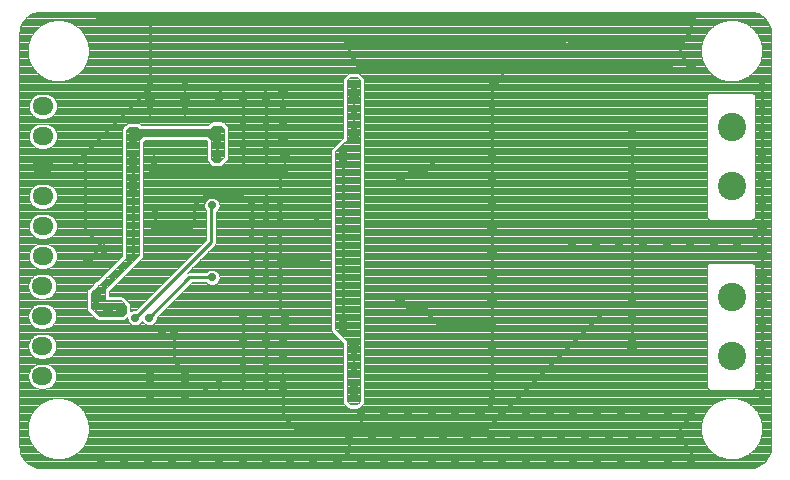
<source format=gbr>
G04 DipTrace 3.1.0.1*
G04 TAS5805Mbis2.Bottom.gbr*
%MOIN*%
G04 #@! TF.FileFunction,Copper,L2,Bot*
G04 #@! TF.Part,Single*
G04 #@! TA.AperFunction,Conductor*
%ADD10C,0.009843*%
G04 #@! TA.AperFunction,CopperBalancing*
%ADD15C,0.003937*%
G04 #@! TA.AperFunction,ComponentPad*
%ADD22O,0.07X0.06*%
%ADD23C,0.094488*%
G04 #@! TA.AperFunction,ViaPad*
%ADD27C,0.031496*%
%ADD29C,0.023622*%
%ADD31C,0.027559*%
%FSLAX26Y26*%
G04*
G70*
G90*
G75*
G01*
G04 Bottom*
%LPD*%
X806522Y922283D2*
D10*
X1058491Y1174252D1*
Y1292362D1*
X1062428Y1296299D1*
X798648Y1540394D2*
X1078176D1*
X798648Y1461654D2*
Y1123071D1*
X676601Y1001024D1*
X1078176Y1540394D2*
Y1501024D1*
Y1461654D1*
X1243530Y1249055D2*
Y1296299D1*
Y1343543D1*
X1290774D1*
X1243530D2*
X1196286D1*
X1243530Y1296299D2*
X1290774D1*
Y1249055D1*
X1243530Y1296299D2*
X1196286D1*
Y1249055D1*
Y1201811D1*
X1243530D1*
Y1154567D1*
Y1107323D1*
Y1060079D1*
Y1012835D1*
X1196286D1*
Y1060079D1*
Y1107323D1*
Y1154567D1*
X1243530Y1012835D2*
X1290774D1*
Y1060079D1*
Y1107323D1*
Y1154567D1*
Y1201811D1*
X499436Y1427008D2*
X594711D1*
X638543Y1470840D1*
X857703Y1690000D1*
X971877D2*
X1088270D1*
X1164790D1*
X1240513D1*
X1286837D1*
X1298648Y1678189D1*
X1290774Y1343543D2*
Y1406535D1*
X1306522Y1422283D1*
X1290774Y1012835D2*
Y949843D1*
X1306522Y934094D1*
X1298648Y678189D2*
X1243530D1*
X1033991D1*
X987625D1*
X971877Y662441D1*
X869514Y1445906D2*
Y1414409D1*
X1298648D1*
X1306522Y1422283D1*
X873451Y1225433D2*
Y1264803D1*
Y1225433D2*
X991562D1*
X1003373Y1237244D1*
Y1296299D1*
X1042743Y1335669D1*
X1156916D1*
X1196286Y1296299D1*
X936444Y867165D2*
Y776614D1*
X971877Y741181D1*
X1298648Y678189D2*
Y595512D1*
X1345892Y548268D1*
X1520087D1*
X1971877D1*
X2365577Y941969D1*
X2456129D1*
X2464003Y934094D1*
Y855354D1*
Y973465D2*
Y1172867D1*
Y1174860D1*
Y1378976D1*
Y1418346D2*
Y1497087D1*
Y1378976D2*
Y1418346D1*
X1412822Y1113228D2*
X1296680D1*
X1290774Y1107323D1*
X1412822Y1241181D2*
X1298648D1*
X1290774Y1249055D1*
X1164790Y1658504D2*
Y1690000D1*
Y1658504D2*
Y1579764D1*
Y1501024D1*
Y1422283D1*
X1240513Y1690000D2*
Y1661521D1*
X1243530Y1658504D1*
Y1579764D1*
Y1501024D1*
Y1422283D1*
X857703Y1690000D2*
Y1910472D1*
X849829Y1918346D1*
X771089D1*
X692349D1*
X849829D2*
X928570D1*
X1007310D1*
X1086050D1*
X1164790D1*
X1243530D1*
X1322270D1*
X1401010D1*
X1479751D1*
X1558491D1*
X1637231D1*
X1715971D1*
X1794711D1*
X1873451D1*
X1952192D1*
X2030932D1*
X2109672D1*
X2188412D1*
X2267152D1*
X2345892D1*
X2424633D1*
X2503373D1*
X2582113D1*
X2660853D1*
Y1878976D1*
X2621483Y1839606D1*
Y1800236D1*
X2660853Y1760866D1*
X2621483Y1839606D2*
X2542743D1*
X2464003D1*
X2385262D1*
X2306522D1*
X2255341D1*
X2247467Y1831732D1*
X2235656D1*
X2227782Y1839606D1*
X2149042D1*
X2070302D1*
X1991562D1*
X1912822D1*
X1834081D1*
X1755341D1*
X1676601D1*
X1597861D1*
X1519121D1*
Y1800236D1*
X1558491Y1760866D1*
X1637231D1*
X1715971D1*
X1794711D1*
X1873451D1*
X1952192D1*
X2030932D1*
X2109672D1*
X2188412D1*
X2267152D1*
X2345892D1*
X2424633D1*
X2503373D1*
X2582113D1*
X1520087Y548268D2*
Y517738D1*
X1519121Y516772D1*
Y477402D1*
X1479751Y438031D1*
X1401010D1*
X1322270D1*
X1243530D1*
X1164790D1*
X1086050D1*
X1007310D1*
X928570D1*
X849829D1*
X771089D1*
X692349D1*
X1479751D2*
X1558491D1*
X1637231D1*
X1715971D1*
X1794711D1*
X1873451D1*
X1952192D1*
X2030932D1*
X2109672D1*
X2188412D1*
X2267152D1*
X2345892D1*
X2424633D1*
X2503373D1*
X2582113D1*
X2660853D1*
Y477402D1*
X2621483Y516772D1*
Y556142D1*
X2660853Y595512D1*
X2582113D1*
X2503373D1*
X2424633D1*
X2345892D1*
X2267152D1*
X2188412D1*
X2109672D1*
X2030932D1*
X1952192D1*
X1873451D1*
X1794711D1*
X1715971D1*
X1637231D1*
X1558491D1*
Y556142D1*
X1597861Y516772D1*
X1676601D1*
X1755341D1*
X1834081D1*
X1912822D1*
X1991562D1*
X2070302D1*
X2149042D1*
X2227782D1*
X2306522D1*
X2385262D1*
X2464003D1*
X2542743D1*
X1306522Y934094D2*
X1243530D1*
X1164790D1*
Y855354D1*
Y776614D1*
Y697874D1*
X1243530Y934094D2*
Y855354D1*
Y776614D1*
Y697874D1*
Y678189D1*
X1164790Y697874D2*
X1086050D1*
X1053676D1*
X1033991Y678189D1*
X1088270Y1690000D2*
Y1660724D1*
X1086050Y1658504D1*
X638543Y1470840D2*
Y1216247D1*
X704160Y1150630D1*
X684475D1*
X649042Y1115197D1*
X2464003Y1172867D2*
X2498051D1*
X2499436Y1174252D1*
X2578176D1*
X2656916D1*
X2735656D1*
X2814396D1*
X2464003Y1174860D2*
X2421303D1*
X2420696Y1174252D1*
X2341955D1*
X2263215D1*
X2030932Y1760866D2*
Y1725433D1*
X1995499Y1690000D1*
Y1611260D1*
Y1532520D1*
Y1453780D1*
Y1375039D1*
Y1296299D1*
Y1217559D1*
Y1138819D1*
Y1060079D1*
Y981339D1*
Y902598D1*
Y823858D1*
Y745118D1*
Y666378D1*
Y638819D1*
X1952192Y595512D1*
X1995499Y1453780D2*
X1814396D1*
X1767152Y1406535D1*
X1719908D1*
X1688412Y1375039D1*
X1995499Y902598D2*
X1814396D1*
X1767152Y949843D1*
X1719908D1*
X1688412Y981339D1*
X2814396Y1174252D2*
X2853766D1*
X2897073Y1217559D1*
Y1296299D1*
Y1375039D1*
Y1453780D1*
Y1532520D1*
Y1611260D1*
Y1690000D1*
Y1217559D2*
Y1138819D1*
Y1060079D1*
Y981339D1*
Y902598D1*
Y823858D1*
Y745118D1*
Y666378D1*
X1062428Y1056142D2*
X987625D1*
X853766Y922283D1*
X1499436Y1438031D2*
Y918346D1*
D27*
X1306522Y1422283D3*
D29*
X1412822Y1241181D3*
D27*
X798648Y1540394D3*
D29*
X1412822Y1113228D3*
X1196286Y1296299D3*
X1243530D3*
X1290774D3*
X1196286Y1343543D3*
X1243530D3*
X1290774D3*
X1196286Y1201811D3*
X1243530D3*
X1290774D3*
X1196286Y1249055D3*
X1243530D3*
X1290774D3*
X1196286Y1107323D3*
X1243530D3*
X1290774D3*
X1196286Y1154567D3*
X1243530D3*
X1290774D3*
X1196286Y1012835D3*
X1243530D3*
X1290774D3*
X1196286Y1060079D3*
X1243530D3*
X1290774D3*
D31*
X1062428Y1056142D3*
X853766Y922283D3*
D27*
X1306522Y1465591D3*
X1298648Y1516772D3*
Y1560079D3*
Y1634882D3*
Y1678189D3*
X1306522Y934094D3*
Y890787D3*
X1298648Y839606D3*
Y796299D3*
Y721496D3*
Y678189D3*
X1534869Y1697874D3*
Y1658504D3*
Y1619134D3*
Y1564016D3*
Y1524646D3*
X1499436Y1477402D3*
Y1438031D3*
X1534869Y658504D3*
Y697874D3*
Y737244D3*
Y792362D3*
Y831732D3*
X1499436Y878976D3*
Y918346D3*
X971877Y662441D3*
Y701811D3*
Y741181D3*
X857703Y662441D3*
Y701811D3*
Y741181D3*
X971877Y1611260D3*
Y1650630D3*
Y1690000D3*
X857703Y1611260D3*
Y1650630D3*
Y1690000D3*
X869514Y1445906D3*
Y1406535D3*
X798648Y1501024D3*
Y1461654D3*
D31*
X1062428Y1296299D3*
X806522Y922283D3*
D27*
X1078176Y1540394D3*
Y1501024D3*
Y1461654D3*
X873451Y1264803D3*
Y1225433D3*
X897073Y867165D3*
X936444D3*
X2464003Y973465D3*
Y934094D3*
Y855354D3*
Y815984D3*
Y1536457D3*
Y1497087D3*
Y1418346D3*
Y1378976D3*
X676601Y1001024D3*
Y961654D3*
X715971Y945906D3*
X759278D3*
X798648Y1422283D3*
Y1382913D3*
Y1343543D3*
X1243530Y1422283D3*
X1164790D3*
X1243530Y1501024D3*
X1164790D3*
X1243530Y1579764D3*
X1164790D3*
X1243530Y1658504D3*
X1086050D3*
X1164790D3*
X2345892Y1918346D3*
X1755341Y1839606D3*
X1164790Y1918346D3*
X1401010D3*
X1243530D3*
X1322270D3*
X1479751D3*
X1715971D3*
X1558491D3*
X1637231D3*
X1794711D3*
X2030932D3*
X1873451D3*
X1952192D3*
X2109672D3*
X1597861Y1839606D3*
X2188412Y1918346D3*
X2267152D3*
X2582113D3*
X2424633D3*
X2503373D3*
X2660853D3*
X1676601Y1839606D3*
X1834081D3*
X2070302D3*
X1912822D3*
X771089Y1918346D3*
X1991562Y1839606D3*
X692349Y1918346D3*
X849829D3*
X1086050D3*
X928570D3*
X1007310D3*
X2149042Y1839606D3*
X2227782D3*
X2306522D3*
X2385262D3*
X2621483D3*
X2464003D3*
X2542743D3*
X1519121D3*
X1715971Y1760866D3*
X1558491D3*
X1637231D3*
X1794711D3*
X2030932D3*
X1873451D3*
X1952192D3*
X2109672D3*
X2188412D3*
X2267152D3*
X2345892D3*
X2582113D3*
X2424633D3*
X2503373D3*
X2660853D3*
X1755341Y516772D3*
X1164790Y438031D3*
X1401010D3*
X1243530D3*
X1322270D3*
X1479751D3*
X1715971D3*
X1558491D3*
X1637231D3*
X1794711D3*
X2030932D3*
X1873451D3*
X1952192D3*
X2109672D3*
X1597861Y516772D3*
X2188412Y438031D3*
X2267152D3*
X2345892D3*
X2582113D3*
X2424633D3*
X2503373D3*
X2660853D3*
X1676601Y516772D3*
X1834081D3*
X2070302D3*
X1912822D3*
X771089Y438031D3*
X1991562Y516772D3*
X692349Y438031D3*
X849829D3*
X1086050D3*
X928570D3*
X1007310D3*
X2149042Y516772D3*
X2227782D3*
X2306522D3*
X2385262D3*
X2621483D3*
X2464003D3*
X2542743D3*
X1519121D3*
X1715971Y595512D3*
X1558491D3*
X1637231D3*
X1794711D3*
X2030932D3*
X1873451D3*
X1952192D3*
X2109672D3*
X2188412D3*
X2267152D3*
X2345892D3*
X2582113D3*
X2424633D3*
X2503373D3*
X2660853D3*
X1243530Y934094D3*
X1164790D3*
X1243530Y855354D3*
X1164790D3*
X1243530Y776614D3*
X1164790D3*
X1243530Y697874D3*
X1086050D3*
X1164790D3*
X704160Y1150630D3*
X649042Y1115197D3*
X2263215Y1174252D3*
X2341955D3*
X2420696D3*
X2656916D3*
X2499436D3*
X2578176D3*
X2735656D3*
X2814396D3*
X1995499Y981339D3*
Y1690000D3*
Y1532520D3*
Y1611260D3*
Y1375039D3*
Y1453780D3*
Y1217559D3*
Y1296299D3*
Y1060079D3*
Y1138819D3*
Y823858D3*
Y902598D3*
Y666378D3*
Y745118D3*
X2897073Y981339D3*
Y1690000D3*
Y1532520D3*
Y1611260D3*
X1688412Y1375039D3*
X1767152Y1406535D3*
X1688412Y981339D3*
X1767152Y949843D3*
X2897073Y1375039D3*
Y1453780D3*
Y1217559D3*
Y1296299D3*
Y1060079D3*
Y1138819D3*
Y823858D3*
Y902598D3*
Y666378D3*
Y745118D3*
X1063772Y1558241D2*
D15*
X1096517D1*
X784374Y1554436D2*
X816860D1*
X1059965D2*
X1100324D1*
X780568Y1550630D2*
X820665D1*
X1056159D2*
X1103369D1*
X777392Y1546824D2*
X1103369D1*
X777392Y1543018D2*
X1103369D1*
X777392Y1539213D2*
X1103369D1*
X777392Y1535407D2*
X1103369D1*
X777392Y1531601D2*
X1103369D1*
X777392Y1527795D2*
X1103369D1*
X777392Y1523990D2*
X830247D1*
X1050514D2*
X1103369D1*
X777392Y1520184D2*
X826441D1*
X1054320D2*
X1103369D1*
X777392Y1516378D2*
X822634D1*
X1058127D2*
X1103369D1*
X777392Y1512572D2*
X819904D1*
X1060857D2*
X1103369D1*
X777392Y1508766D2*
X819904D1*
X1060857D2*
X1103369D1*
X777392Y1504961D2*
X819904D1*
X1060857D2*
X1103369D1*
X777392Y1501155D2*
X819904D1*
X1060857D2*
X1103369D1*
X777392Y1497349D2*
X819904D1*
X1060857D2*
X1103369D1*
X777392Y1493543D2*
X819904D1*
X1060857D2*
X1103369D1*
X777392Y1489738D2*
X819904D1*
X1060857D2*
X1103369D1*
X777392Y1485932D2*
X819904D1*
X1060857D2*
X1103369D1*
X777392Y1482126D2*
X819904D1*
X1060857D2*
X1103369D1*
X777392Y1478320D2*
X819904D1*
X1060857D2*
X1103369D1*
X777392Y1474514D2*
X819904D1*
X1060857D2*
X1103369D1*
X777392Y1470709D2*
X819904D1*
X1060857D2*
X1103369D1*
X777392Y1466903D2*
X819904D1*
X1060857D2*
X1103369D1*
X777392Y1463097D2*
X819904D1*
X1060857D2*
X1103369D1*
X777392Y1459291D2*
X819904D1*
X1060857D2*
X1103369D1*
X777392Y1455486D2*
X819904D1*
X1060857D2*
X1100324D1*
X777392Y1451680D2*
X819904D1*
X1060857D2*
X1096517D1*
X777392Y1447874D2*
X819904D1*
X1063640D2*
X1092711D1*
X777392Y1444068D2*
X819904D1*
X1067440D2*
X1088912D1*
X777392Y1440262D2*
X819904D1*
X1071245D2*
X1085106D1*
X777392Y1436457D2*
X819904D1*
X777392Y1432651D2*
X819904D1*
X777392Y1428845D2*
X819904D1*
X777392Y1425039D2*
X819904D1*
X777392Y1421234D2*
X819904D1*
X777392Y1417428D2*
X819904D1*
X777392Y1413622D2*
X819904D1*
X777392Y1409816D2*
X819904D1*
X777392Y1406010D2*
X819904D1*
X777392Y1402205D2*
X819904D1*
X777392Y1398399D2*
X819904D1*
X777392Y1394593D2*
X819904D1*
X777392Y1390787D2*
X819904D1*
X777392Y1386982D2*
X819904D1*
X777392Y1383176D2*
X819904D1*
X777392Y1379370D2*
X819904D1*
X777392Y1375564D2*
X819904D1*
X777392Y1371759D2*
X819904D1*
X777392Y1367953D2*
X819904D1*
X777392Y1364147D2*
X819904D1*
X777392Y1360341D2*
X819904D1*
X777392Y1356535D2*
X819904D1*
X777392Y1352730D2*
X819904D1*
X777392Y1348924D2*
X819904D1*
X777392Y1345118D2*
X819904D1*
X777392Y1341312D2*
X819904D1*
X777392Y1337507D2*
X819904D1*
X777392Y1333701D2*
X819904D1*
X777392Y1329895D2*
X819904D1*
X777392Y1326089D2*
X819904D1*
X777392Y1322283D2*
X819904D1*
X777392Y1318478D2*
X819904D1*
X777392Y1314672D2*
X819904D1*
X777392Y1310866D2*
X819904D1*
X777392Y1307060D2*
X819904D1*
X777392Y1303255D2*
X819904D1*
X777392Y1299449D2*
X819904D1*
X777392Y1295643D2*
X819904D1*
X777392Y1291837D2*
X819904D1*
X777392Y1288031D2*
X819904D1*
X777392Y1284226D2*
X819904D1*
X777392Y1280420D2*
X819904D1*
X777392Y1276614D2*
X819904D1*
X777392Y1272808D2*
X819904D1*
X777392Y1269003D2*
X819904D1*
X777392Y1265197D2*
X819904D1*
X777392Y1261391D2*
X819904D1*
X777392Y1257585D2*
X819904D1*
X777392Y1253780D2*
X819904D1*
X777392Y1249974D2*
X819904D1*
X777392Y1246168D2*
X819904D1*
X777392Y1242362D2*
X819904D1*
X777392Y1238556D2*
X819904D1*
X777392Y1234751D2*
X819904D1*
X777392Y1230945D2*
X819904D1*
X777392Y1227139D2*
X819904D1*
X777392Y1223333D2*
X819904D1*
X777392Y1219528D2*
X819904D1*
X777392Y1215722D2*
X819904D1*
X777392Y1211916D2*
X819904D1*
X777392Y1208110D2*
X819904D1*
X777392Y1204304D2*
X819904D1*
X777392Y1200499D2*
X819904D1*
X777392Y1196693D2*
X819904D1*
X777392Y1192887D2*
X819904D1*
X777392Y1189081D2*
X819904D1*
X777392Y1185276D2*
X819904D1*
X777392Y1181470D2*
X819904D1*
X777392Y1177664D2*
X819904D1*
X777392Y1173858D2*
X819904D1*
X777392Y1170052D2*
X819904D1*
X777392Y1166247D2*
X819904D1*
X777392Y1162441D2*
X819904D1*
X777392Y1158635D2*
X819904D1*
X777392Y1154829D2*
X819904D1*
X777392Y1151024D2*
X819904D1*
X777392Y1147218D2*
X819904D1*
X777392Y1143412D2*
X819904D1*
X777392Y1139606D2*
X819904D1*
X777392Y1135801D2*
X819904D1*
X777392Y1131995D2*
X819904D1*
X777392Y1128189D2*
X816336D1*
X777392Y1124383D2*
X812530D1*
X775709Y1120577D2*
X808724D1*
X771902Y1116772D2*
X804917D1*
X768096Y1112966D2*
X801112D1*
X764290Y1109160D2*
X797304D1*
X760491Y1105354D2*
X793499D1*
X756685Y1101549D2*
X789699D1*
X752878Y1097743D2*
X785894D1*
X749072Y1093937D2*
X782088D1*
X745265Y1090131D2*
X778281D1*
X741459Y1086325D2*
X774475D1*
X737654Y1082520D2*
X770668D1*
X733846Y1078714D2*
X766862D1*
X730041Y1074908D2*
X763056D1*
X726235Y1071102D2*
X759249D1*
X722428Y1067297D2*
X755444D1*
X718622Y1063491D2*
X751638D1*
X714815Y1059685D2*
X747831D1*
X711009Y1055879D2*
X744025D1*
X707203Y1052073D2*
X740218D1*
X703404Y1048268D2*
X736412D1*
X699598Y1044462D2*
X732613D1*
X695791Y1040656D2*
X728807D1*
X691986Y1036850D2*
X725001D1*
X688178Y1033045D2*
X721194D1*
X684373Y1029239D2*
X717388D1*
X680567Y1025433D2*
X713581D1*
X676760Y1021627D2*
X709776D1*
X672954Y1017822D2*
X705970D1*
X669148Y1014016D2*
X705731D1*
X665341Y1010210D2*
X705731D1*
X661535Y1006404D2*
X705731D1*
X659278Y1002598D2*
X705731D1*
X659278Y998793D2*
X705731D1*
X659278Y994987D2*
X705731D1*
X659278Y991181D2*
X705731D1*
X659278Y987375D2*
X705731D1*
X659278Y983570D2*
X705731D1*
X659278Y979764D2*
X705739D1*
X659278Y975958D2*
X761480D1*
X659278Y972152D2*
X765286D1*
X659278Y968346D2*
X769092D1*
X659278Y964541D2*
X772899D1*
X659278Y960735D2*
X776597D1*
X659278Y956929D2*
X776597D1*
X660751Y953123D2*
X776597D1*
X664556Y949318D2*
X776597D1*
X668364Y945512D2*
X776597D1*
X672169Y941706D2*
X776597D1*
X675976Y937900D2*
X775651D1*
X679782Y934094D2*
X771845D1*
X683581Y930289D2*
X768046D1*
X819487Y1552205D2*
X813579Y1558112D1*
X787660Y1558110D1*
X776996Y1547454D1*
X776971Y1122762D1*
X776781Y1122177D1*
X776419Y1121678D1*
X658881Y1004142D1*
X658885Y954602D1*
X685289Y928190D1*
X766329Y928189D1*
X776993Y938845D1*
X776995Y960831D1*
X758459Y979374D1*
X707789Y979394D1*
X707203Y979584D1*
X706705Y979946D1*
X706343Y980445D1*
X706152Y981030D1*
X706129Y987244D1*
X706152Y1017080D1*
X706343Y1017665D1*
X706705Y1018164D1*
X820303Y1131762D1*
X820325Y1513143D1*
X820516Y1513728D1*
X820878Y1514227D1*
X832924Y1526239D1*
X833472Y1526518D1*
X834081Y1526614D1*
X1046988Y1526591D1*
X1047573Y1526400D1*
X1048072Y1526038D1*
X1060084Y1513992D1*
X1060364Y1513444D1*
X1060459Y1512835D1*
Y1450665D1*
X1071115Y1440001D1*
X1085227Y1440000D1*
X1103770Y1458535D1*
X1103766Y1551382D1*
X1093110Y1562046D1*
X1067188Y1562047D1*
X1055711Y1550612D1*
X1055163Y1550332D1*
X1054554Y1550236D1*
X821962Y1550260D1*
X821377Y1550450D1*
X820878Y1550812D1*
X819487Y1552205D1*
X1520465Y1719659D2*
X1549273D1*
X1516657Y1715853D2*
X1553080D1*
X1513613Y1712047D2*
X1556125D1*
X1513613Y1708241D2*
X1556125D1*
X1513613Y1704436D2*
X1556125D1*
X1513613Y1700630D2*
X1556125D1*
X1513613Y1696824D2*
X1556125D1*
X1513613Y1693018D2*
X1556125D1*
X1513613Y1689213D2*
X1556125D1*
X1513613Y1685407D2*
X1556125D1*
X1513613Y1681601D2*
X1556125D1*
X1513613Y1677795D2*
X1556125D1*
X1513613Y1673990D2*
X1556125D1*
X1513613Y1670184D2*
X1556125D1*
X1513613Y1666378D2*
X1556125D1*
X1513613Y1662572D2*
X1556125D1*
X1513613Y1658766D2*
X1556125D1*
X1513613Y1654961D2*
X1556125D1*
X1513613Y1651155D2*
X1556125D1*
X1513613Y1647349D2*
X1556125D1*
X1513613Y1643543D2*
X1556125D1*
X1513613Y1639738D2*
X1556125D1*
X1513613Y1635932D2*
X1556125D1*
X1513613Y1632126D2*
X1556125D1*
X1513613Y1628320D2*
X1556125D1*
X1513613Y1624514D2*
X1556125D1*
X1513613Y1620709D2*
X1556125D1*
X1513613Y1616903D2*
X1556125D1*
X1513613Y1613097D2*
X1556125D1*
X1513613Y1609291D2*
X1556125D1*
X1513613Y1605486D2*
X1556125D1*
X1513613Y1601680D2*
X1556125D1*
X1513613Y1597874D2*
X1556125D1*
X1513613Y1594068D2*
X1556125D1*
X1513613Y1590262D2*
X1556125D1*
X1513613Y1586457D2*
X1556125D1*
X1513613Y1582651D2*
X1556125D1*
X1513613Y1578845D2*
X1556125D1*
X1513613Y1575039D2*
X1556125D1*
X1513613Y1571234D2*
X1556125D1*
X1513613Y1567428D2*
X1556125D1*
X1513613Y1563622D2*
X1556125D1*
X1513613Y1559816D2*
X1556125D1*
X1513613Y1556010D2*
X1556125D1*
X1513613Y1552205D2*
X1556125D1*
X1513613Y1548399D2*
X1556125D1*
X1513613Y1544593D2*
X1556125D1*
X1513613Y1540787D2*
X1556125D1*
X1513613Y1536982D2*
X1556125D1*
X1513613Y1533176D2*
X1556125D1*
X1513613Y1529370D2*
X1556125D1*
X1513613Y1525564D2*
X1556125D1*
X1513613Y1521759D2*
X1556125D1*
X1513613Y1517953D2*
X1556125D1*
X1511798Y1514147D2*
X1556125D1*
X1507992Y1510341D2*
X1556125D1*
X1504185Y1506535D2*
X1556125D1*
X1500379Y1502730D2*
X1556125D1*
X1496573Y1498924D2*
X1556125D1*
X1492774Y1495118D2*
X1556125D1*
X1488969Y1491312D2*
X1556125D1*
X1485161Y1487507D2*
X1556125D1*
X1481356Y1483701D2*
X1556125D1*
X1477549Y1479895D2*
X1556125D1*
X1474243Y1476089D2*
X1556125D1*
X1474243Y1472283D2*
X1556125D1*
X1474243Y1468478D2*
X1556125D1*
X1474243Y1464672D2*
X1556125D1*
X1474243Y1460866D2*
X1556125D1*
X1474243Y1457060D2*
X1556125D1*
X1474243Y1453255D2*
X1556125D1*
X1474243Y1449449D2*
X1556125D1*
X1474243Y1445643D2*
X1556125D1*
X1474243Y1441837D2*
X1556125D1*
X1474243Y1438031D2*
X1556125D1*
X1474243Y1434226D2*
X1556125D1*
X1474243Y1430420D2*
X1556125D1*
X1474243Y1426614D2*
X1556125D1*
X1474243Y1422808D2*
X1556125D1*
X1474243Y1419003D2*
X1556125D1*
X1474243Y1415197D2*
X1556125D1*
X1474243Y1411391D2*
X1556125D1*
X1474243Y1407585D2*
X1556125D1*
X1474243Y1403780D2*
X1556125D1*
X1474243Y1399974D2*
X1556125D1*
X1474243Y1396168D2*
X1556125D1*
X1474243Y1392362D2*
X1556125D1*
X1474243Y1388556D2*
X1556125D1*
X1474243Y1384751D2*
X1556125D1*
X1474243Y1380945D2*
X1556125D1*
X1474243Y1377139D2*
X1556125D1*
X1474243Y1373333D2*
X1556125D1*
X1474243Y1369528D2*
X1556125D1*
X1474243Y1365722D2*
X1556125D1*
X1474243Y1361916D2*
X1556125D1*
X1474243Y1358110D2*
X1556125D1*
X1474243Y1354304D2*
X1556125D1*
X1474243Y1350499D2*
X1556125D1*
X1474243Y1346693D2*
X1556125D1*
X1474243Y1342887D2*
X1556125D1*
X1474243Y1339081D2*
X1556125D1*
X1474243Y1335276D2*
X1556125D1*
X1474243Y1331470D2*
X1556125D1*
X1474243Y1327664D2*
X1556125D1*
X1474243Y1323858D2*
X1556125D1*
X1474243Y1320052D2*
X1556125D1*
X1474243Y1316247D2*
X1556125D1*
X1474243Y1312441D2*
X1556125D1*
X1474243Y1308635D2*
X1556125D1*
X1474243Y1304829D2*
X1556125D1*
X1474243Y1301024D2*
X1556125D1*
X1474243Y1297218D2*
X1556125D1*
X1474243Y1293412D2*
X1556125D1*
X1474243Y1289606D2*
X1556125D1*
X1474243Y1285801D2*
X1556125D1*
X1474243Y1281995D2*
X1556125D1*
X1474243Y1278189D2*
X1556125D1*
X1474243Y1274383D2*
X1556125D1*
X1474243Y1270577D2*
X1556125D1*
X1474243Y1266772D2*
X1556125D1*
X1474243Y1262966D2*
X1556125D1*
X1474243Y1259160D2*
X1556125D1*
X1474243Y1255354D2*
X1556125D1*
X1474243Y1251549D2*
X1556125D1*
X1474243Y1247743D2*
X1556125D1*
X1474243Y1243937D2*
X1556125D1*
X1474243Y1240131D2*
X1556125D1*
X1474243Y1236325D2*
X1556125D1*
X1474243Y1232520D2*
X1556125D1*
X1474243Y1228714D2*
X1556125D1*
X1474243Y1224908D2*
X1556125D1*
X1474243Y1221102D2*
X1556125D1*
X1474243Y1217297D2*
X1556125D1*
X1474243Y1213491D2*
X1556125D1*
X1474243Y1209685D2*
X1556125D1*
X1474243Y1205879D2*
X1556125D1*
X1474243Y1202073D2*
X1556125D1*
X1474243Y1198268D2*
X1556125D1*
X1474243Y1194462D2*
X1556125D1*
X1474243Y1190656D2*
X1556125D1*
X1474243Y1186850D2*
X1556125D1*
X1474243Y1183045D2*
X1556125D1*
X1474243Y1179239D2*
X1556125D1*
X1474243Y1175433D2*
X1556125D1*
X1474243Y1171627D2*
X1556125D1*
X1474243Y1167822D2*
X1556125D1*
X1474243Y1164016D2*
X1556125D1*
X1474243Y1160210D2*
X1556125D1*
X1474243Y1156404D2*
X1556125D1*
X1474243Y1152598D2*
X1556125D1*
X1474243Y1148793D2*
X1556125D1*
X1474243Y1144987D2*
X1556125D1*
X1474243Y1141181D2*
X1556125D1*
X1474243Y1137375D2*
X1556125D1*
X1474243Y1133570D2*
X1556125D1*
X1474243Y1129764D2*
X1556125D1*
X1474243Y1125958D2*
X1556125D1*
X1474243Y1122152D2*
X1556125D1*
X1474243Y1118346D2*
X1556125D1*
X1474243Y1114541D2*
X1556125D1*
X1474243Y1110735D2*
X1556125D1*
X1474243Y1106929D2*
X1556125D1*
X1474243Y1103123D2*
X1556125D1*
X1474243Y1099318D2*
X1556125D1*
X1474243Y1095512D2*
X1556125D1*
X1474243Y1091706D2*
X1556125D1*
X1474243Y1087900D2*
X1556125D1*
X1474243Y1084094D2*
X1556125D1*
X1474243Y1080289D2*
X1556125D1*
X1474243Y1076483D2*
X1556125D1*
X1474243Y1072677D2*
X1556125D1*
X1474243Y1068871D2*
X1556125D1*
X1474243Y1065066D2*
X1556125D1*
X1474243Y1061260D2*
X1556125D1*
X1474243Y1057454D2*
X1556125D1*
X1474243Y1053648D2*
X1556125D1*
X1474243Y1049843D2*
X1556125D1*
X1474243Y1046037D2*
X1556125D1*
X1474243Y1042231D2*
X1556125D1*
X1474243Y1038425D2*
X1556125D1*
X1474243Y1034619D2*
X1556125D1*
X1474243Y1030814D2*
X1556125D1*
X1474243Y1027008D2*
X1556125D1*
X1474243Y1023202D2*
X1556125D1*
X1474243Y1019396D2*
X1556125D1*
X1474243Y1015591D2*
X1556125D1*
X1474243Y1011785D2*
X1556125D1*
X1474243Y1007979D2*
X1556125D1*
X1474243Y1004173D2*
X1556125D1*
X1474243Y1000367D2*
X1556125D1*
X1474243Y996562D2*
X1556125D1*
X1474243Y992756D2*
X1556125D1*
X1474243Y988950D2*
X1556125D1*
X1474243Y985144D2*
X1556125D1*
X1474243Y981339D2*
X1556125D1*
X1474243Y977533D2*
X1556125D1*
X1474243Y973727D2*
X1556125D1*
X1474243Y969921D2*
X1556125D1*
X1474243Y966115D2*
X1556125D1*
X1474243Y962310D2*
X1556125D1*
X1474243Y958504D2*
X1556125D1*
X1474243Y954698D2*
X1556125D1*
X1474243Y950892D2*
X1556125D1*
X1474243Y947087D2*
X1556125D1*
X1474243Y943281D2*
X1556125D1*
X1474243Y939475D2*
X1556125D1*
X1474243Y935669D2*
X1556125D1*
X1474243Y931864D2*
X1556125D1*
X1474243Y928058D2*
X1556125D1*
X1474243Y924252D2*
X1556125D1*
X1474243Y920446D2*
X1556125D1*
X1474243Y916640D2*
X1556125D1*
X1474243Y912835D2*
X1556125D1*
X1474243Y909029D2*
X1556125D1*
X1474243Y905223D2*
X1556125D1*
X1474243Y901417D2*
X1556125D1*
X1474243Y897612D2*
X1556125D1*
X1474243Y893806D2*
X1556125D1*
X1474243Y890000D2*
X1556125D1*
X1474243Y886194D2*
X1556125D1*
X1475580Y882388D2*
X1556125D1*
X1479387Y878583D2*
X1556125D1*
X1483193Y874777D2*
X1556125D1*
X1487000Y870971D2*
X1556125D1*
X1490806Y867165D2*
X1556125D1*
X1494605Y863360D2*
X1556125D1*
X1498411Y859554D2*
X1556125D1*
X1502217Y855748D2*
X1556125D1*
X1506024Y851942D2*
X1556125D1*
X1509829Y848136D2*
X1556125D1*
X1513605Y844331D2*
X1556125D1*
X1513613Y840525D2*
X1556125D1*
X1513613Y836719D2*
X1556125D1*
X1513613Y832913D2*
X1556125D1*
X1513613Y829108D2*
X1556125D1*
X1513613Y825302D2*
X1556125D1*
X1513613Y821496D2*
X1556125D1*
X1513613Y817690D2*
X1556125D1*
X1513613Y813885D2*
X1556125D1*
X1513613Y810079D2*
X1556125D1*
X1513613Y806273D2*
X1556125D1*
X1513613Y802467D2*
X1556125D1*
X1513613Y798661D2*
X1556125D1*
X1513613Y794856D2*
X1556125D1*
X1513613Y791050D2*
X1556125D1*
X1513613Y787244D2*
X1556125D1*
X1513613Y783438D2*
X1556125D1*
X1513613Y779633D2*
X1556125D1*
X1513613Y775827D2*
X1556125D1*
X1513613Y772021D2*
X1556125D1*
X1513613Y768215D2*
X1556125D1*
X1513613Y764409D2*
X1556125D1*
X1513613Y760604D2*
X1556125D1*
X1513613Y756798D2*
X1556125D1*
X1513613Y752992D2*
X1556125D1*
X1513613Y749186D2*
X1556125D1*
X1513613Y745381D2*
X1556125D1*
X1513613Y741575D2*
X1556125D1*
X1513613Y737769D2*
X1556125D1*
X1513613Y733963D2*
X1556125D1*
X1513613Y730157D2*
X1556125D1*
X1513613Y726352D2*
X1556125D1*
X1513613Y722546D2*
X1556125D1*
X1513613Y718740D2*
X1556125D1*
X1513613Y714934D2*
X1556125D1*
X1513613Y711129D2*
X1556125D1*
X1513613Y707323D2*
X1556125D1*
X1513613Y703517D2*
X1556125D1*
X1513613Y699711D2*
X1556125D1*
X1513613Y695906D2*
X1556125D1*
X1513613Y692100D2*
X1556125D1*
X1513613Y688294D2*
X1556125D1*
X1513613Y684488D2*
X1556125D1*
X1513613Y680682D2*
X1556125D1*
X1513613Y676877D2*
X1556125D1*
X1513613Y673071D2*
X1556125D1*
X1513613Y669265D2*
X1556125D1*
X1513613Y665459D2*
X1556125D1*
X1513613Y661654D2*
X1556125D1*
X1513613Y657848D2*
X1556125D1*
X1513613Y654042D2*
X1556125D1*
X1513613Y650236D2*
X1556125D1*
X1513613Y646430D2*
X1556125D1*
X1514559Y642625D2*
X1555178D1*
X1518365Y638819D2*
X1551373D1*
X1522164Y635013D2*
X1547573D1*
X1556517Y1712812D2*
X1545866Y1723463D1*
X1523881Y1723465D1*
X1513217Y1712808D1*
X1513192Y1516463D1*
X1513001Y1515878D1*
X1512639Y1515379D1*
X1473844Y1476585D1*
X1473845Y883736D1*
X1512840Y844701D1*
X1513119Y844152D1*
X1513215Y843543D1*
Y643579D1*
X1523871Y632915D1*
X1545857Y632913D1*
X1556521Y643570D1*
X1556522Y1712799D1*
X470156Y1938045D2*
X2876934D1*
X460959Y1934239D2*
X2886123D1*
X454224Y1930433D2*
X2892866D1*
X448879Y1926627D2*
X2898210D1*
X444435Y1922822D2*
X2902655D1*
X440605Y1919016D2*
X2906469D1*
X437237Y1915210D2*
X2909821D1*
X434415Y1911404D2*
X526717D1*
X574518D2*
X2770811D1*
X2818612D2*
X2912659D1*
X431955Y1907598D2*
X514244D1*
X586990D2*
X2758339D1*
X2831084D2*
X2915127D1*
X429717Y1903793D2*
X505425D1*
X595810D2*
X2749519D1*
X2839904D2*
X2917373D1*
X427910Y1899987D2*
X498350D1*
X602884D2*
X2742445D1*
X2846979D2*
X2919180D1*
X426288Y1896181D2*
X492383D1*
X608851D2*
X2736478D1*
X2852946D2*
X2920802D1*
X424934Y1892375D2*
X487201D1*
X614034D2*
X2731295D1*
X2858128D2*
X2922148D1*
X423850Y1888570D2*
X482633D1*
X618601D2*
X2726728D1*
X2862696D2*
X2923240D1*
X422889Y1884764D2*
X478550D1*
X622684D2*
X2722644D1*
X2866779D2*
X2924193D1*
X422281Y1880958D2*
X474890D1*
X626345D2*
X2718984D1*
X2870439D2*
X2924808D1*
X421743Y1877152D2*
X471576D1*
X629659D2*
X2715670D1*
X2873753D2*
X2925346D1*
X421559Y1873346D2*
X468577D1*
X632658D2*
X2712671D1*
X2876752D2*
X2925531D1*
X421382Y1869541D2*
X465847D1*
X635387D2*
X2709941D1*
X2879482D2*
X2925708D1*
X421382Y1865735D2*
X463379D1*
X637856D2*
X2707473D1*
X2881950D2*
X2925708D1*
X421382Y1861929D2*
X461141D1*
X640093D2*
X2705235D1*
X2884188D2*
X2925708D1*
X421382Y1858123D2*
X459111D1*
X642123D2*
X2703205D1*
X2886218D2*
X2925708D1*
X421382Y1854318D2*
X457281D1*
X643946D2*
X2701375D1*
X2888040D2*
X2925708D1*
X421382Y1850512D2*
X455643D1*
X645591D2*
X2699737D1*
X2889686D2*
X2925708D1*
X421382Y1846706D2*
X454190D1*
X647045D2*
X2698284D1*
X2891139D2*
X2925708D1*
X421382Y1842900D2*
X452898D1*
X648336D2*
X2696992D1*
X2892431D2*
X2925708D1*
X421382Y1839094D2*
X451768D1*
X649459D2*
X2695862D1*
X2893554D2*
X2925708D1*
X421382Y1835289D2*
X450806D1*
X650428D2*
X2694901D1*
X2894522D2*
X2925708D1*
X421382Y1831483D2*
X449991D1*
X651243D2*
X2694086D1*
X2895338D2*
X2925708D1*
X421382Y1827677D2*
X449330D1*
X651904D2*
X2693424D1*
X2895999D2*
X2925708D1*
X421382Y1823871D2*
X448807D1*
X652420D2*
X2692902D1*
X2896514D2*
X2925708D1*
X421382Y1820066D2*
X448438D1*
X652796D2*
X2692532D1*
X2896891D2*
X2925708D1*
X421382Y1816260D2*
X448207D1*
X653027D2*
X2692302D1*
X2897122D2*
X2925708D1*
X421382Y1812454D2*
X448123D1*
X653112D2*
X2692217D1*
X2897206D2*
X2925708D1*
X421382Y1808648D2*
X448177D1*
X653050D2*
X2692271D1*
X2897145D2*
X2925708D1*
X421382Y1804843D2*
X448376D1*
X652858D2*
X2692471D1*
X2896952D2*
X2925708D1*
X421382Y1801037D2*
X448722D1*
X652512D2*
X2692817D1*
X2896606D2*
X2925708D1*
X421382Y1797231D2*
X449207D1*
X652027D2*
X2693301D1*
X2896122D2*
X2925708D1*
X421382Y1793425D2*
X449837D1*
X651397D2*
X2693932D1*
X2895491D2*
X2925708D1*
X421382Y1789619D2*
X450614D1*
X650620D2*
X2694709D1*
X2894715D2*
X2925708D1*
X421382Y1785814D2*
X451552D1*
X649682D2*
X2695647D1*
X2893777D2*
X2925708D1*
X421382Y1782008D2*
X452644D1*
X648590D2*
X2696739D1*
X2892685D2*
X2925708D1*
X421382Y1778202D2*
X453897D1*
X647337D2*
X2697992D1*
X2891431D2*
X2925708D1*
X421382Y1774396D2*
X455320D1*
X645914D2*
X2699415D1*
X2890009D2*
X2925708D1*
X421382Y1770591D2*
X456919D1*
X644315D2*
X2701014D1*
X2888409D2*
X2925708D1*
X421382Y1766785D2*
X458703D1*
X642531D2*
X2702798D1*
X2886625D2*
X2925708D1*
X421382Y1762979D2*
X460687D1*
X640547D2*
X2704782D1*
X2884642D2*
X2925708D1*
X421382Y1759173D2*
X462879D1*
X638356D2*
X2706973D1*
X2882450D2*
X2925708D1*
X421382Y1755367D2*
X465301D1*
X635933D2*
X2709395D1*
X2880028D2*
X2925708D1*
X421382Y1751562D2*
X467969D1*
X633265D2*
X2712064D1*
X2877360D2*
X2925708D1*
X421382Y1747756D2*
X470907D1*
X630328D2*
X2715001D1*
X2874422D2*
X2925708D1*
X421382Y1743950D2*
X474152D1*
X627083D2*
X2718246D1*
X2871177D2*
X2925708D1*
X421382Y1740144D2*
X477735D1*
X623499D2*
X2721829D1*
X2867594D2*
X2925708D1*
X421382Y1736339D2*
X481718D1*
X619516D2*
X1517735D1*
X1552003D2*
X2725812D1*
X2863611D2*
X2925708D1*
X421382Y1732533D2*
X486178D1*
X615056D2*
X1512837D1*
X1556901D2*
X2730272D1*
X2859151D2*
X2925708D1*
X421382Y1728727D2*
X491214D1*
X610020D2*
X1509031D1*
X1560707D2*
X2735309D1*
X2854114D2*
X2925708D1*
X421382Y1724921D2*
X496997D1*
X604237D2*
X1505225D1*
X1564514D2*
X2741091D1*
X2848332D2*
X2925708D1*
X421382Y1721115D2*
X503794D1*
X597440D2*
X1501518D1*
X1568220D2*
X2747889D1*
X2841534D2*
X2925708D1*
X421382Y1717310D2*
X512153D1*
X589081D2*
X1499465D1*
X1570273D2*
X2756247D1*
X2833176D2*
X2925708D1*
X421382Y1713504D2*
X523510D1*
X577724D2*
X1498881D1*
X1570850D2*
X2767605D1*
X2821819D2*
X2925708D1*
X421382Y1709698D2*
X1498881D1*
X1570850D2*
X2925708D1*
X421382Y1705892D2*
X1498881D1*
X1570850D2*
X2925708D1*
X421382Y1702087D2*
X1498881D1*
X1570850D2*
X2925708D1*
X421382Y1698281D2*
X1498881D1*
X1570850D2*
X2925708D1*
X421382Y1694475D2*
X1498881D1*
X1570850D2*
X2925708D1*
X421382Y1690669D2*
X1498881D1*
X1570850D2*
X2925708D1*
X421382Y1686864D2*
X1498881D1*
X1570850D2*
X2925708D1*
X421382Y1683058D2*
X1498881D1*
X1570850D2*
X2925708D1*
X421382Y1679252D2*
X1498881D1*
X1570850D2*
X2925708D1*
X421382Y1675446D2*
X1498881D1*
X1570850D2*
X2925708D1*
X421382Y1671640D2*
X1498881D1*
X1570850D2*
X2925708D1*
X421382Y1667835D2*
X484317D1*
X514555D2*
X1498881D1*
X1570850D2*
X2715955D1*
X2869532D2*
X2925708D1*
X421382Y1664029D2*
X474275D1*
X524598D2*
X1498881D1*
X1570850D2*
X2712833D1*
X2872654D2*
X2925708D1*
X421382Y1660223D2*
X468392D1*
X530480D2*
X1498881D1*
X1570850D2*
X2711610D1*
X2873876D2*
X2925708D1*
X421382Y1656417D2*
X464101D1*
X534771D2*
X1498881D1*
X1570850D2*
X2711479D1*
X2873999D2*
X2925708D1*
X421382Y1652612D2*
X460787D1*
X538085D2*
X1498881D1*
X1570850D2*
X2711479D1*
X2873999D2*
X2925708D1*
X421382Y1648806D2*
X458181D1*
X540692D2*
X1498881D1*
X1570850D2*
X2711479D1*
X2873999D2*
X2925708D1*
X421382Y1645000D2*
X456127D1*
X542745D2*
X1498881D1*
X1570850D2*
X2711479D1*
X2873999D2*
X2925708D1*
X421382Y1641194D2*
X454543D1*
X544329D2*
X1498881D1*
X1570850D2*
X2711479D1*
X2873999D2*
X2925708D1*
X421382Y1637388D2*
X453375D1*
X545498D2*
X1498881D1*
X1570850D2*
X2711479D1*
X2873999D2*
X2925708D1*
X421382Y1633583D2*
X452590D1*
X546282D2*
X1498881D1*
X1570850D2*
X2711479D1*
X2873999D2*
X2925708D1*
X421382Y1629777D2*
X452167D1*
X546705D2*
X1498881D1*
X1570850D2*
X2711479D1*
X2873999D2*
X2925708D1*
X421382Y1625971D2*
X452083D1*
X546782D2*
X1498881D1*
X1570850D2*
X2711479D1*
X2873999D2*
X2925708D1*
X421382Y1622165D2*
X452352D1*
X546520D2*
X1498881D1*
X1570850D2*
X2711479D1*
X2873999D2*
X2925708D1*
X421382Y1618360D2*
X452975D1*
X545897D2*
X1498881D1*
X1570850D2*
X2711479D1*
X2873999D2*
X2925708D1*
X421382Y1614554D2*
X453967D1*
X544905D2*
X1498881D1*
X1570850D2*
X2711479D1*
X2873999D2*
X2925708D1*
X421382Y1610748D2*
X455351D1*
X543521D2*
X1498881D1*
X1570850D2*
X2711479D1*
X2873999D2*
X2925708D1*
X421382Y1606942D2*
X457181D1*
X541691D2*
X1498881D1*
X1570850D2*
X2711479D1*
X2873999D2*
X2925708D1*
X421382Y1603136D2*
X459526D1*
X539346D2*
X1498881D1*
X1570850D2*
X2711479D1*
X2873999D2*
X2925708D1*
X421382Y1599331D2*
X462494D1*
X536378D2*
X1498881D1*
X1570850D2*
X2711479D1*
X2873999D2*
X2925708D1*
X421382Y1595525D2*
X466293D1*
X532579D2*
X1498881D1*
X1570850D2*
X2711479D1*
X2873999D2*
X2925708D1*
X421382Y1591719D2*
X471322D1*
X527543D2*
X1498881D1*
X1570850D2*
X2711479D1*
X2873999D2*
X2925708D1*
X421382Y1587913D2*
X478781D1*
X520092D2*
X1498881D1*
X1570850D2*
X2711479D1*
X2873999D2*
X2925708D1*
X421382Y1584108D2*
X1498881D1*
X1570850D2*
X2711479D1*
X2873999D2*
X2925708D1*
X421382Y1580302D2*
X1498881D1*
X1570850D2*
X2711479D1*
X2873999D2*
X2925708D1*
X421382Y1576496D2*
X1498881D1*
X1570850D2*
X2711479D1*
X2873999D2*
X2925708D1*
X421382Y1572690D2*
X1057728D1*
X1102561D2*
X1498881D1*
X1570850D2*
X2711479D1*
X2873999D2*
X2925708D1*
X421382Y1568885D2*
X491268D1*
X507604D2*
X778339D1*
X822895D2*
X1053914D1*
X1106375D2*
X1498881D1*
X1570850D2*
X2711479D1*
X2873999D2*
X2925708D1*
X421382Y1565079D2*
X476381D1*
X522491D2*
X774518D1*
X826717D2*
X1050108D1*
X1110181D2*
X1498881D1*
X1570850D2*
X2711479D1*
X2873999D2*
X2925708D1*
X421382Y1561273D2*
X469807D1*
X529065D2*
X770711D1*
X1113988D2*
X1498881D1*
X1570850D2*
X2711479D1*
X2873999D2*
X2925708D1*
X421382Y1557467D2*
X465170D1*
X533702D2*
X766905D1*
X1116879D2*
X1498881D1*
X1570850D2*
X2711479D1*
X2873999D2*
X2925708D1*
X421382Y1553661D2*
X461625D1*
X537247D2*
X763945D1*
X1118009D2*
X1498881D1*
X1570850D2*
X2711479D1*
X2873999D2*
X2925708D1*
X421382Y1549856D2*
X458834D1*
X540030D2*
X762768D1*
X1118094D2*
X1498881D1*
X1570850D2*
X2711479D1*
X2873999D2*
X2925708D1*
X421382Y1546050D2*
X456643D1*
X542229D2*
X762660D1*
X1118094D2*
X1498881D1*
X1570850D2*
X2711479D1*
X2873999D2*
X2925708D1*
X421382Y1542244D2*
X454936D1*
X543937D2*
X762660D1*
X1118094D2*
X1498881D1*
X1570850D2*
X2711479D1*
X2873999D2*
X2925708D1*
X421382Y1538438D2*
X453659D1*
X545213D2*
X762660D1*
X1118094D2*
X1498881D1*
X1570850D2*
X2711479D1*
X2873999D2*
X2925708D1*
X421382Y1534633D2*
X452775D1*
X546097D2*
X762660D1*
X1118094D2*
X1498881D1*
X1570850D2*
X2711479D1*
X2873999D2*
X2925708D1*
X421382Y1530827D2*
X452244D1*
X546620D2*
X762660D1*
X1118094D2*
X1498881D1*
X1570850D2*
X2711479D1*
X2873999D2*
X2925708D1*
X421382Y1527021D2*
X452075D1*
X546797D2*
X762660D1*
X1118094D2*
X1498881D1*
X1570850D2*
X2711479D1*
X2873999D2*
X2925708D1*
X421382Y1523215D2*
X452244D1*
X546628D2*
X762660D1*
X1118094D2*
X1498881D1*
X1570850D2*
X2711479D1*
X2873999D2*
X2925708D1*
X421382Y1519409D2*
X452767D1*
X546105D2*
X762660D1*
X1118094D2*
X1496566D1*
X1570850D2*
X2711479D1*
X2873999D2*
X2925708D1*
X421382Y1515604D2*
X453651D1*
X545221D2*
X762660D1*
X1118094D2*
X1492760D1*
X1570850D2*
X2711479D1*
X2873999D2*
X2925708D1*
X421382Y1511798D2*
X454928D1*
X543944D2*
X762660D1*
X838551D2*
X1042211D1*
X1118094D2*
X1488954D1*
X1570850D2*
X2711479D1*
X2873999D2*
X2925708D1*
X421382Y1507992D2*
X456627D1*
X542245D2*
X762660D1*
X834745D2*
X1046017D1*
X1118094D2*
X1485147D1*
X1570850D2*
X2711479D1*
X2873999D2*
X2925708D1*
X421382Y1504186D2*
X458819D1*
X540053D2*
X762660D1*
X834629D2*
X1046125D1*
X1118094D2*
X1481341D1*
X1570850D2*
X2711479D1*
X2873999D2*
X2925708D1*
X421382Y1500381D2*
X461602D1*
X537270D2*
X762660D1*
X834629D2*
X1046125D1*
X1118094D2*
X1477535D1*
X1570850D2*
X2711479D1*
X2873999D2*
X2925708D1*
X421382Y1496575D2*
X465139D1*
X533733D2*
X762660D1*
X834629D2*
X1046125D1*
X1118094D2*
X1473729D1*
X1570850D2*
X2711479D1*
X2873999D2*
X2925708D1*
X421382Y1492769D2*
X469769D1*
X529104D2*
X762660D1*
X834629D2*
X1046125D1*
X1118094D2*
X1469922D1*
X1570850D2*
X2711479D1*
X2873999D2*
X2925708D1*
X421382Y1488963D2*
X476320D1*
X522552D2*
X762660D1*
X834629D2*
X1046125D1*
X1118094D2*
X1466116D1*
X1570850D2*
X2711479D1*
X2873999D2*
X2925708D1*
X421382Y1485157D2*
X490899D1*
X507973D2*
X762660D1*
X834629D2*
X1046125D1*
X1118094D2*
X1462371D1*
X1570850D2*
X2711479D1*
X2873999D2*
X2925708D1*
X421382Y1481352D2*
X762660D1*
X834629D2*
X1046125D1*
X1118094D2*
X1460187D1*
X1570850D2*
X2711479D1*
X2873999D2*
X2925708D1*
X421382Y1477546D2*
X762660D1*
X834629D2*
X1046125D1*
X1118094D2*
X1459518D1*
X1570850D2*
X2711479D1*
X2873999D2*
X2925708D1*
X421382Y1473740D2*
X762660D1*
X834629D2*
X1046125D1*
X1118094D2*
X1459511D1*
X1570850D2*
X2711479D1*
X2873999D2*
X2925708D1*
X421382Y1469934D2*
X762660D1*
X834629D2*
X1046125D1*
X1118094D2*
X1459511D1*
X1570850D2*
X2711479D1*
X2873999D2*
X2925708D1*
X421382Y1466129D2*
X762660D1*
X834629D2*
X1046125D1*
X1118094D2*
X1459511D1*
X1570850D2*
X2711479D1*
X2873999D2*
X2925708D1*
X421382Y1462323D2*
X762660D1*
X834629D2*
X1046125D1*
X1118094D2*
X1459511D1*
X1570850D2*
X2711479D1*
X2873999D2*
X2925708D1*
X421382Y1458517D2*
X762660D1*
X834629D2*
X1046125D1*
X1118094D2*
X1459511D1*
X1570850D2*
X2711479D1*
X2873999D2*
X2925708D1*
X421382Y1454711D2*
X762660D1*
X834629D2*
X1046125D1*
X1117717D2*
X1459511D1*
X1570850D2*
X2711479D1*
X2873999D2*
X2925708D1*
X421382Y1450906D2*
X762660D1*
X834629D2*
X1046125D1*
X1115971D2*
X1459511D1*
X1570850D2*
X2711479D1*
X2873999D2*
X2925708D1*
X421382Y1447100D2*
X762660D1*
X834629D2*
X1046448D1*
X1112434D2*
X1459511D1*
X1570850D2*
X2711479D1*
X2873999D2*
X2925708D1*
X421382Y1443294D2*
X762660D1*
X834629D2*
X1048078D1*
X1108636D2*
X1459511D1*
X1570850D2*
X2711479D1*
X2873999D2*
X2925708D1*
X421382Y1439488D2*
X762660D1*
X834629D2*
X1051523D1*
X1104829D2*
X1459511D1*
X1570850D2*
X2711479D1*
X2873999D2*
X2925708D1*
X421382Y1435682D2*
X762660D1*
X834629D2*
X1055329D1*
X1101023D2*
X1459511D1*
X1570850D2*
X2711479D1*
X2873999D2*
X2925708D1*
X421382Y1431877D2*
X762660D1*
X834629D2*
X1059136D1*
X1097217D2*
X1459511D1*
X1570850D2*
X2711479D1*
X2873999D2*
X2925708D1*
X421382Y1428071D2*
X762660D1*
X834629D2*
X1063272D1*
X1093080D2*
X1459511D1*
X1570850D2*
X2711479D1*
X2873999D2*
X2925708D1*
X421382Y1424265D2*
X762660D1*
X834629D2*
X1459511D1*
X1570850D2*
X2711479D1*
X2873999D2*
X2925708D1*
X421382Y1420459D2*
X762660D1*
X834629D2*
X1459511D1*
X1570850D2*
X2711479D1*
X2873999D2*
X2925708D1*
X421382Y1416654D2*
X762660D1*
X834629D2*
X1459511D1*
X1570850D2*
X2711479D1*
X2873999D2*
X2925708D1*
X421382Y1412848D2*
X762660D1*
X834629D2*
X1459511D1*
X1570850D2*
X2711479D1*
X2873999D2*
X2925708D1*
X421382Y1409042D2*
X762660D1*
X834629D2*
X1459511D1*
X1570850D2*
X2711479D1*
X2873999D2*
X2925708D1*
X421382Y1405236D2*
X762660D1*
X834629D2*
X1459511D1*
X1570850D2*
X2711479D1*
X2873999D2*
X2925708D1*
X421382Y1401430D2*
X762660D1*
X834629D2*
X1459511D1*
X1570850D2*
X2711479D1*
X2873999D2*
X2925708D1*
X421382Y1397625D2*
X762660D1*
X834629D2*
X1459511D1*
X1570850D2*
X2711479D1*
X2873999D2*
X2925708D1*
X421382Y1393819D2*
X762660D1*
X834629D2*
X1459511D1*
X1570850D2*
X2711479D1*
X2873999D2*
X2925708D1*
X421382Y1390013D2*
X762660D1*
X834629D2*
X1459511D1*
X1570850D2*
X2711479D1*
X2873999D2*
X2925708D1*
X421382Y1386207D2*
X762660D1*
X834629D2*
X1459511D1*
X1570850D2*
X2711479D1*
X2873999D2*
X2925708D1*
X421382Y1382402D2*
X762660D1*
X834629D2*
X1459511D1*
X1570850D2*
X2711479D1*
X2873999D2*
X2925708D1*
X421382Y1378596D2*
X762660D1*
X834629D2*
X1459511D1*
X1570850D2*
X2711479D1*
X2873999D2*
X2925708D1*
X421382Y1374790D2*
X762660D1*
X834629D2*
X1459511D1*
X1570850D2*
X2711479D1*
X2873999D2*
X2925708D1*
X421382Y1370984D2*
X762660D1*
X834629D2*
X1459511D1*
X1570850D2*
X2711479D1*
X2873999D2*
X2925708D1*
X421382Y1367178D2*
X481887D1*
X516985D2*
X762660D1*
X834629D2*
X1459511D1*
X1570850D2*
X2711479D1*
X2873999D2*
X2925708D1*
X421382Y1363373D2*
X473090D1*
X525782D2*
X762660D1*
X834629D2*
X1459511D1*
X1570850D2*
X2711479D1*
X2873999D2*
X2925708D1*
X421382Y1359567D2*
X467562D1*
X531310D2*
X762660D1*
X834629D2*
X1459511D1*
X1570850D2*
X2711479D1*
X2873999D2*
X2925708D1*
X421382Y1355761D2*
X463471D1*
X535401D2*
X762660D1*
X834629D2*
X1459511D1*
X1570850D2*
X2711479D1*
X2873999D2*
X2925708D1*
X421382Y1351955D2*
X460295D1*
X538577D2*
X762660D1*
X834629D2*
X1459511D1*
X1570850D2*
X2711479D1*
X2873999D2*
X2925708D1*
X421382Y1348150D2*
X457788D1*
X541084D2*
X762660D1*
X834629D2*
X1459511D1*
X1570850D2*
X2711479D1*
X2873999D2*
X2925708D1*
X421382Y1344344D2*
X455820D1*
X543052D2*
X762660D1*
X834629D2*
X1459511D1*
X1570850D2*
X2711479D1*
X2873999D2*
X2925708D1*
X421382Y1340538D2*
X454313D1*
X544559D2*
X762660D1*
X834629D2*
X1459511D1*
X1570850D2*
X2711479D1*
X2873999D2*
X2925708D1*
X421382Y1336732D2*
X453213D1*
X545659D2*
X762660D1*
X834629D2*
X1459511D1*
X1570850D2*
X2711479D1*
X2873999D2*
X2925708D1*
X421382Y1332927D2*
X452490D1*
X546382D2*
X762660D1*
X834629D2*
X1459511D1*
X1570850D2*
X2711479D1*
X2873999D2*
X2925708D1*
X421382Y1329121D2*
X452129D1*
X546743D2*
X762660D1*
X834629D2*
X1459511D1*
X1570850D2*
X2711479D1*
X2873999D2*
X2925708D1*
X421382Y1325315D2*
X452106D1*
X546766D2*
X762660D1*
X834629D2*
X1459511D1*
X1570850D2*
X2711479D1*
X2873999D2*
X2925708D1*
X421382Y1321509D2*
X452436D1*
X546436D2*
X762660D1*
X834629D2*
X1056798D1*
X1068058D2*
X1459511D1*
X1570850D2*
X2711479D1*
X2873999D2*
X2925708D1*
X421382Y1317703D2*
X453121D1*
X545751D2*
X762660D1*
X834629D2*
X1047724D1*
X1077132D2*
X1459511D1*
X1570850D2*
X2711479D1*
X2873999D2*
X2925708D1*
X421382Y1313898D2*
X454174D1*
X544698D2*
X762660D1*
X834629D2*
X1043241D1*
X1081615D2*
X1459511D1*
X1570850D2*
X2711479D1*
X2873999D2*
X2925708D1*
X421382Y1310092D2*
X455635D1*
X543237D2*
X762660D1*
X834629D2*
X1040289D1*
X1084560D2*
X1459511D1*
X1570850D2*
X2711479D1*
X2873999D2*
X2925708D1*
X421382Y1306286D2*
X457542D1*
X541322D2*
X762660D1*
X834629D2*
X1038305D1*
X1086552D2*
X1459511D1*
X1570850D2*
X2711479D1*
X2873999D2*
X2925708D1*
X421382Y1302480D2*
X459988D1*
X538885D2*
X762660D1*
X834629D2*
X1037036D1*
X1087820D2*
X1459511D1*
X1570850D2*
X2711479D1*
X2873999D2*
X2925708D1*
X421382Y1298675D2*
X463079D1*
X535793D2*
X762660D1*
X834629D2*
X1036398D1*
X1088459D2*
X1459511D1*
X1570850D2*
X2711479D1*
X2873999D2*
X2925708D1*
X421382Y1294869D2*
X467054D1*
X531818D2*
X762660D1*
X834629D2*
X1036329D1*
X1088528D2*
X1459511D1*
X1570850D2*
X2711479D1*
X2873999D2*
X2925708D1*
X421382Y1291063D2*
X472375D1*
X526497D2*
X762660D1*
X834629D2*
X1036821D1*
X1088028D2*
X1459511D1*
X1570850D2*
X2711479D1*
X2873999D2*
X2925708D1*
X421382Y1287257D2*
X480580D1*
X518292D2*
X762660D1*
X834629D2*
X1037928D1*
X1086928D2*
X1459511D1*
X1570850D2*
X2711479D1*
X2873999D2*
X2925708D1*
X421382Y1283451D2*
X762660D1*
X834629D2*
X1039720D1*
X1085137D2*
X1459511D1*
X1570850D2*
X2711479D1*
X2873999D2*
X2925708D1*
X421382Y1279646D2*
X762660D1*
X834629D2*
X1041204D1*
X1082461D2*
X1459511D1*
X1570850D2*
X2711479D1*
X2873999D2*
X2925708D1*
X421382Y1275840D2*
X762660D1*
X834629D2*
X1041204D1*
X1078455D2*
X1459511D1*
X1570850D2*
X2711479D1*
X2873999D2*
X2925708D1*
X421382Y1272034D2*
X762660D1*
X834629D2*
X1041204D1*
X1075771D2*
X1459511D1*
X1570850D2*
X2711479D1*
X2873999D2*
X2925708D1*
X421382Y1268228D2*
X486155D1*
X512717D2*
X762660D1*
X834629D2*
X1041204D1*
X1075771D2*
X1459511D1*
X1570850D2*
X2711479D1*
X2873999D2*
X2925708D1*
X421382Y1264423D2*
X475028D1*
X523844D2*
X762660D1*
X834629D2*
X1041204D1*
X1075771D2*
X1459511D1*
X1570850D2*
X2711479D1*
X2873999D2*
X2925708D1*
X421382Y1260617D2*
X468907D1*
X529965D2*
X762660D1*
X834629D2*
X1041204D1*
X1075771D2*
X1459511D1*
X1570850D2*
X2711487D1*
X2873999D2*
X2925708D1*
X421382Y1256811D2*
X464494D1*
X534379D2*
X762660D1*
X834629D2*
X1041204D1*
X1075771D2*
X1459511D1*
X1570850D2*
X2712194D1*
X2873292D2*
X2925708D1*
X421382Y1253005D2*
X461095D1*
X537777D2*
X762660D1*
X834629D2*
X1041204D1*
X1075771D2*
X1459511D1*
X1570850D2*
X2714424D1*
X2871062D2*
X2925708D1*
X421382Y1249199D2*
X458419D1*
X540453D2*
X762660D1*
X834629D2*
X1041204D1*
X1075771D2*
X1459511D1*
X1570850D2*
X2720784D1*
X2864703D2*
X2925708D1*
X421382Y1245394D2*
X456312D1*
X542552D2*
X762660D1*
X834629D2*
X1041204D1*
X1075771D2*
X1459511D1*
X1570850D2*
X2925708D1*
X421382Y1241588D2*
X454689D1*
X544183D2*
X762660D1*
X834629D2*
X1041204D1*
X1075771D2*
X1459511D1*
X1570850D2*
X2925708D1*
X421382Y1237782D2*
X453482D1*
X545390D2*
X762660D1*
X834629D2*
X1041204D1*
X1075771D2*
X1459511D1*
X1570850D2*
X2925708D1*
X421382Y1233976D2*
X452659D1*
X546213D2*
X762660D1*
X834629D2*
X1041204D1*
X1075771D2*
X1459511D1*
X1570850D2*
X2925708D1*
X421382Y1230171D2*
X452190D1*
X546682D2*
X762660D1*
X834629D2*
X1041204D1*
X1075771D2*
X1459511D1*
X1570850D2*
X2925708D1*
X421382Y1226365D2*
X452075D1*
X546789D2*
X762660D1*
X834629D2*
X1041204D1*
X1075771D2*
X1459511D1*
X1570850D2*
X2925708D1*
X421382Y1222559D2*
X452313D1*
X546559D2*
X762660D1*
X834629D2*
X1041204D1*
X1075771D2*
X1459511D1*
X1570850D2*
X2925708D1*
X421382Y1218753D2*
X452890D1*
X545982D2*
X762660D1*
X834629D2*
X1041204D1*
X1075771D2*
X1459511D1*
X1570850D2*
X2925708D1*
X421382Y1214948D2*
X453844D1*
X545028D2*
X762660D1*
X834629D2*
X1041204D1*
X1075771D2*
X1459511D1*
X1570850D2*
X2925708D1*
X421382Y1211142D2*
X455189D1*
X543683D2*
X762660D1*
X834629D2*
X1041204D1*
X1075771D2*
X1459511D1*
X1570850D2*
X2925708D1*
X421382Y1207336D2*
X456973D1*
X541899D2*
X762660D1*
X834629D2*
X1041204D1*
X1075771D2*
X1459511D1*
X1570850D2*
X2925708D1*
X421382Y1203530D2*
X459257D1*
X539615D2*
X762660D1*
X834629D2*
X1041204D1*
X1075771D2*
X1459511D1*
X1570850D2*
X2925708D1*
X421382Y1199724D2*
X462148D1*
X536716D2*
X762660D1*
X834629D2*
X1041204D1*
X1075771D2*
X1459511D1*
X1570850D2*
X2925708D1*
X421382Y1195919D2*
X465847D1*
X533025D2*
X762660D1*
X834629D2*
X1041204D1*
X1075771D2*
X1459511D1*
X1570850D2*
X2925708D1*
X421382Y1192113D2*
X470722D1*
X528150D2*
X762660D1*
X834629D2*
X1041204D1*
X1075771D2*
X1459511D1*
X1570850D2*
X2925708D1*
X421382Y1188307D2*
X477804D1*
X521068D2*
X762660D1*
X834629D2*
X1041204D1*
X1075771D2*
X1459511D1*
X1570850D2*
X2925708D1*
X421382Y1184501D2*
X762660D1*
X834629D2*
X1041204D1*
X1075771D2*
X1459511D1*
X1570850D2*
X2925708D1*
X421382Y1180696D2*
X762660D1*
X834629D2*
X1040658D1*
X1075771D2*
X1459511D1*
X1570850D2*
X2925708D1*
X421382Y1176890D2*
X762660D1*
X834629D2*
X1036851D1*
X1075771D2*
X1459511D1*
X1570850D2*
X2925708D1*
X421382Y1173084D2*
X762660D1*
X834629D2*
X1033045D1*
X1075732D2*
X1459511D1*
X1570850D2*
X2925708D1*
X421382Y1169278D2*
X762660D1*
X834629D2*
X1029239D1*
X1075025D2*
X1459511D1*
X1570850D2*
X2925708D1*
X421382Y1165472D2*
X477250D1*
X521614D2*
X762660D1*
X834629D2*
X1025433D1*
X1073310D2*
X1459511D1*
X1570850D2*
X2925708D1*
X421382Y1161667D2*
X470376D1*
X528496D2*
X762660D1*
X834629D2*
X1021626D1*
X1070188D2*
X1459511D1*
X1570850D2*
X2925708D1*
X421382Y1157861D2*
X465593D1*
X533279D2*
X762660D1*
X834629D2*
X1017820D1*
X1066382D2*
X1459511D1*
X1570850D2*
X2925708D1*
X421382Y1154055D2*
X461948D1*
X536924D2*
X762660D1*
X834629D2*
X1014014D1*
X1062576D2*
X1459511D1*
X1570850D2*
X2925708D1*
X421382Y1150249D2*
X459096D1*
X539777D2*
X762660D1*
X834629D2*
X1010207D1*
X1058770D2*
X1459511D1*
X1570850D2*
X2925708D1*
X421382Y1146444D2*
X456843D1*
X542030D2*
X762660D1*
X834629D2*
X1006401D1*
X1054963D2*
X1459511D1*
X1570850D2*
X2925708D1*
X421382Y1142638D2*
X455089D1*
X543775D2*
X762660D1*
X834629D2*
X1002595D1*
X1051157D2*
X1459511D1*
X1570850D2*
X2925708D1*
X421382Y1138832D2*
X453774D1*
X545098D2*
X762660D1*
X834629D2*
X998789D1*
X1047351D2*
X1459511D1*
X1570850D2*
X2925708D1*
X421382Y1135026D2*
X452844D1*
X546028D2*
X762660D1*
X834629D2*
X994982D1*
X1043544D2*
X1459511D1*
X1570850D2*
X2925708D1*
X421382Y1131220D2*
X452283D1*
X546589D2*
X762660D1*
X834629D2*
X991176D1*
X1039738D2*
X1459511D1*
X1570850D2*
X2925708D1*
X421382Y1127415D2*
X452075D1*
X546797D2*
X762053D1*
X834099D2*
X987377D1*
X1035932D2*
X1459511D1*
X1570850D2*
X2925708D1*
X421382Y1123609D2*
X452213D1*
X546659D2*
X758247D1*
X832122D2*
X983571D1*
X1032126D2*
X1459511D1*
X1570850D2*
X2925708D1*
X421382Y1119803D2*
X452698D1*
X546174D2*
X754440D1*
X828447D2*
X979765D1*
X1028319D2*
X1459511D1*
X1570850D2*
X2925708D1*
X421382Y1115997D2*
X453544D1*
X545328D2*
X750634D1*
X824641D2*
X975959D1*
X1024513D2*
X1459511D1*
X1570850D2*
X2925708D1*
X421382Y1112192D2*
X454774D1*
X544098D2*
X746828D1*
X820834D2*
X972152D1*
X1020707D2*
X1459511D1*
X1570850D2*
X2925708D1*
X421382Y1108386D2*
X456435D1*
X542437D2*
X743021D1*
X817028D2*
X968346D1*
X1016908D2*
X1459511D1*
X1570850D2*
X2925708D1*
X421382Y1104580D2*
X458565D1*
X540299D2*
X739215D1*
X813222D2*
X964540D1*
X1013102D2*
X1459511D1*
X1570850D2*
X2925708D1*
X421382Y1100774D2*
X461279D1*
X537585D2*
X735409D1*
X809423D2*
X960733D1*
X1009295D2*
X1459511D1*
X1570850D2*
X2715793D1*
X2869693D2*
X2925708D1*
X421382Y1096969D2*
X464732D1*
X534140D2*
X731603D1*
X805617D2*
X956927D1*
X1005489D2*
X1459511D1*
X1570850D2*
X2712763D1*
X2872715D2*
X2925708D1*
X421382Y1093163D2*
X469223D1*
X529650D2*
X727796D1*
X801811D2*
X953121D1*
X1001683D2*
X1459511D1*
X1570850D2*
X2711587D1*
X2873899D2*
X2925708D1*
X421382Y1089357D2*
X475505D1*
X523367D2*
X723990D1*
X798004D2*
X949315D1*
X997877D2*
X1459511D1*
X1570850D2*
X2711479D1*
X2873999D2*
X2925708D1*
X421382Y1085551D2*
X487508D1*
X511364D2*
X720184D1*
X794198D2*
X945508D1*
X994070D2*
X1459511D1*
X1570850D2*
X2711479D1*
X2873999D2*
X2925708D1*
X421382Y1081745D2*
X716377D1*
X790392D2*
X941702D1*
X990264D2*
X1059312D1*
X1065544D2*
X1459511D1*
X1570850D2*
X2711479D1*
X2873999D2*
X2925708D1*
X421382Y1077940D2*
X712579D1*
X786585D2*
X937896D1*
X986458D2*
X1048332D1*
X1076525D2*
X1459511D1*
X1570850D2*
X2711479D1*
X2873999D2*
X2925708D1*
X421382Y1074134D2*
X708773D1*
X782779D2*
X934089D1*
X982651D2*
X1043618D1*
X1081238D2*
X1459511D1*
X1570850D2*
X2711479D1*
X2873999D2*
X2925708D1*
X421382Y1070328D2*
X704966D1*
X778973D2*
X930291D1*
X1084306D2*
X1459511D1*
X1570850D2*
X2711479D1*
X2873999D2*
X2925708D1*
X421382Y1066522D2*
X477935D1*
X517000D2*
X701160D1*
X775167D2*
X926485D1*
X1086382D2*
X1459511D1*
X1570850D2*
X2711479D1*
X2873999D2*
X2925708D1*
X421382Y1062717D2*
X470022D1*
X524913D2*
X697354D1*
X771360D2*
X922678D1*
X1087713D2*
X1459511D1*
X1570850D2*
X2711479D1*
X2873999D2*
X2925708D1*
X421382Y1058911D2*
X464809D1*
X530126D2*
X693547D1*
X767554D2*
X918872D1*
X1088420D2*
X1459511D1*
X1570850D2*
X2711479D1*
X2873999D2*
X2925708D1*
X421382Y1055105D2*
X460895D1*
X534033D2*
X689741D1*
X763748D2*
X915066D1*
X1088551D2*
X1459511D1*
X1570850D2*
X2711479D1*
X2873999D2*
X2925708D1*
X421382Y1051299D2*
X457850D1*
X537085D2*
X685935D1*
X759941D2*
X911259D1*
X1088113D2*
X1459511D1*
X1570850D2*
X2711479D1*
X2873999D2*
X2925708D1*
X421382Y1047493D2*
X455443D1*
X539492D2*
X682129D1*
X756135D2*
X907453D1*
X1087074D2*
X1459511D1*
X1570850D2*
X2711479D1*
X2873999D2*
X2925708D1*
X421382Y1043688D2*
X453559D1*
X541376D2*
X678322D1*
X752337D2*
X903647D1*
X1085360D2*
X1459511D1*
X1570850D2*
X2711479D1*
X2873999D2*
X2925708D1*
X421382Y1039882D2*
X452129D1*
X542806D2*
X674516D1*
X748530D2*
X899841D1*
X1082784D2*
X1459511D1*
X1570850D2*
X2711479D1*
X2873999D2*
X2925708D1*
X421382Y1036076D2*
X451099D1*
X543837D2*
X670710D1*
X744724D2*
X896034D1*
X991840D2*
X1045902D1*
X1078954D2*
X1459511D1*
X1570850D2*
X2711479D1*
X2873999D2*
X2925708D1*
X421382Y1032270D2*
X450437D1*
X544498D2*
X666903D1*
X740918D2*
X892228D1*
X988034D2*
X1052384D1*
X1072472D2*
X1459511D1*
X1570850D2*
X2711479D1*
X2873999D2*
X2925708D1*
X421382Y1028465D2*
X450130D1*
X544805D2*
X663097D1*
X737111D2*
X888422D1*
X984228D2*
X1459511D1*
X1570850D2*
X2711479D1*
X2873999D2*
X2925708D1*
X421382Y1024659D2*
X450168D1*
X544767D2*
X659291D1*
X733305D2*
X884615D1*
X980422D2*
X1459511D1*
X1570850D2*
X2711479D1*
X2873999D2*
X2925708D1*
X421382Y1020853D2*
X450560D1*
X544375D2*
X655492D1*
X729499D2*
X880809D1*
X976615D2*
X1459511D1*
X1570850D2*
X2711479D1*
X2873999D2*
X2925708D1*
X421382Y1017047D2*
X451306D1*
X543629D2*
X651686D1*
X725693D2*
X877003D1*
X972809D2*
X1459511D1*
X1570850D2*
X2711479D1*
X2873999D2*
X2925708D1*
X421382Y1013241D2*
X452429D1*
X542506D2*
X647880D1*
X721886D2*
X873204D1*
X969003D2*
X1459511D1*
X1570850D2*
X2711479D1*
X2873999D2*
X2925708D1*
X421382Y1009436D2*
X453959D1*
X540976D2*
X645419D1*
X720456D2*
X869398D1*
X965196D2*
X1459511D1*
X1570850D2*
X2711479D1*
X2873999D2*
X2925708D1*
X421382Y1005630D2*
X455958D1*
X538977D2*
X644573D1*
X720456D2*
X865592D1*
X961390D2*
X1459511D1*
X1570850D2*
X2711479D1*
X2873999D2*
X2925708D1*
X421382Y1001824D2*
X458503D1*
X536432D2*
X644550D1*
X720456D2*
X861785D1*
X957584D2*
X1459511D1*
X1570850D2*
X2711479D1*
X2873999D2*
X2925708D1*
X421382Y998018D2*
X461725D1*
X533210D2*
X644550D1*
X720456D2*
X857979D1*
X953778D2*
X1459511D1*
X1570850D2*
X2711479D1*
X2873999D2*
X2925708D1*
X421382Y994213D2*
X465885D1*
X529050D2*
X644550D1*
X720456D2*
X854173D1*
X949971D2*
X1459511D1*
X1570850D2*
X2711479D1*
X2873999D2*
X2925708D1*
X421382Y990407D2*
X471537D1*
X523398D2*
X644550D1*
X767485D2*
X850366D1*
X946173D2*
X1459511D1*
X1570850D2*
X2711479D1*
X2873999D2*
X2925708D1*
X421382Y986601D2*
X480734D1*
X514201D2*
X644550D1*
X771337D2*
X846560D1*
X942366D2*
X1459511D1*
X1570850D2*
X2711479D1*
X2873999D2*
X2925708D1*
X421382Y982795D2*
X644550D1*
X775143D2*
X842754D1*
X938560D2*
X1459511D1*
X1570850D2*
X2711479D1*
X2873999D2*
X2925708D1*
X421382Y978990D2*
X644550D1*
X778950D2*
X838948D1*
X934754D2*
X1459511D1*
X1570850D2*
X2711479D1*
X2873999D2*
X2925708D1*
X421382Y975184D2*
X644550D1*
X782756D2*
X835141D1*
X930947D2*
X1459511D1*
X1570850D2*
X2711479D1*
X2873999D2*
X2925708D1*
X421382Y971378D2*
X644550D1*
X786562D2*
X831335D1*
X927141D2*
X1459511D1*
X1570850D2*
X2711479D1*
X2873999D2*
X2925708D1*
X421382Y967572D2*
X481310D1*
X513625D2*
X644550D1*
X789761D2*
X827529D1*
X923335D2*
X1459511D1*
X1570850D2*
X2711479D1*
X2873999D2*
X2925708D1*
X421382Y963766D2*
X471822D1*
X523113D2*
X644550D1*
X791138D2*
X823722D1*
X919529D2*
X1459511D1*
X1570850D2*
X2711479D1*
X2873999D2*
X2925708D1*
X421382Y959961D2*
X466085D1*
X528850D2*
X644550D1*
X791322D2*
X819916D1*
X915722D2*
X1459511D1*
X1570850D2*
X2711479D1*
X2873999D2*
X2925708D1*
X421382Y956155D2*
X461879D1*
X533056D2*
X644550D1*
X791322D2*
X816118D1*
X911916D2*
X1459511D1*
X1570850D2*
X2711479D1*
X2873999D2*
X2925708D1*
X421382Y952349D2*
X458619D1*
X536316D2*
X644642D1*
X791322D2*
X812311D1*
X908110D2*
X1459511D1*
X1570850D2*
X2711479D1*
X2873999D2*
X2925708D1*
X421382Y948543D2*
X456051D1*
X538885D2*
X645757D1*
X791322D2*
X808505D1*
X904303D2*
X1459511D1*
X1570850D2*
X2711479D1*
X2873999D2*
X2925708D1*
X421382Y944738D2*
X454036D1*
X540899D2*
X648641D1*
X791322D2*
X793526D1*
X900497D2*
X1459511D1*
X1570850D2*
X2711479D1*
X2873999D2*
X2925708D1*
X421382Y940932D2*
X452483D1*
X542452D2*
X652447D1*
X896691D2*
X1459511D1*
X1570850D2*
X2711479D1*
X2873999D2*
X2925708D1*
X421382Y937126D2*
X451345D1*
X543591D2*
X656246D1*
X892885D2*
X1459511D1*
X1570850D2*
X2711479D1*
X2873999D2*
X2925708D1*
X421382Y933320D2*
X450583D1*
X544352D2*
X660052D1*
X889086D2*
X1459511D1*
X1570850D2*
X2711479D1*
X2873999D2*
X2925708D1*
X421382Y929514D2*
X450183D1*
X544752D2*
X663858D1*
X885280D2*
X1459511D1*
X1570850D2*
X2711479D1*
X2873999D2*
X2925708D1*
X421382Y925709D2*
X450122D1*
X544805D2*
X667665D1*
X881473D2*
X1459511D1*
X1570850D2*
X2711479D1*
X2873999D2*
X2925708D1*
X421382Y921903D2*
X450414D1*
X544521D2*
X671471D1*
X879905D2*
X1459511D1*
X1570850D2*
X2711479D1*
X2873999D2*
X2925708D1*
X421382Y918097D2*
X451060D1*
X543875D2*
X675277D1*
X776351D2*
X780723D1*
X879566D2*
X1459511D1*
X1570850D2*
X2711479D1*
X2873999D2*
X2925708D1*
X421382Y914291D2*
X452075D1*
X542860D2*
X683113D1*
X768515D2*
X781653D1*
X878636D2*
X1459511D1*
X1570850D2*
X2711479D1*
X2873999D2*
X2925708D1*
X421382Y910486D2*
X453498D1*
X541437D2*
X783245D1*
X877044D2*
X1459511D1*
X1570850D2*
X2711479D1*
X2873999D2*
X2925708D1*
X421382Y906680D2*
X455358D1*
X539577D2*
X785644D1*
X827401D2*
X832888D1*
X874645D2*
X1459511D1*
X1570850D2*
X2711479D1*
X2873999D2*
X2925708D1*
X421382Y902874D2*
X457735D1*
X537193D2*
X789212D1*
X823833D2*
X836456D1*
X871077D2*
X1459511D1*
X1570850D2*
X2711479D1*
X2873999D2*
X2925708D1*
X421382Y899068D2*
X460756D1*
X534179D2*
X794995D1*
X818051D2*
X842239D1*
X865295D2*
X1459511D1*
X1570850D2*
X2711479D1*
X2873999D2*
X2925708D1*
X421382Y895262D2*
X464624D1*
X530311D2*
X1459511D1*
X1570850D2*
X2711479D1*
X2873999D2*
X2925708D1*
X421382Y891457D2*
X469769D1*
X525167D2*
X1459511D1*
X1570850D2*
X2711479D1*
X2873999D2*
X2925708D1*
X421382Y887651D2*
X477496D1*
X517431D2*
X1459511D1*
X1570850D2*
X2711479D1*
X2873999D2*
X2925708D1*
X421382Y883845D2*
X1459511D1*
X1570850D2*
X2711479D1*
X2873999D2*
X2925708D1*
X421382Y880039D2*
X1459865D1*
X1570850D2*
X2711479D1*
X2873999D2*
X2925708D1*
X421382Y876234D2*
X1461549D1*
X1570850D2*
X2711479D1*
X2873999D2*
X2925708D1*
X421382Y872428D2*
X1465040D1*
X1570850D2*
X2711479D1*
X2873999D2*
X2925708D1*
X421382Y868622D2*
X486632D1*
X508304D2*
X1468846D1*
X1570850D2*
X2711479D1*
X2873999D2*
X2925708D1*
X421382Y864816D2*
X473859D1*
X521076D2*
X1472652D1*
X1570850D2*
X2711479D1*
X2873999D2*
X2925708D1*
X421382Y861010D2*
X467469D1*
X527458D2*
X1476458D1*
X1570850D2*
X2711479D1*
X2873999D2*
X2925708D1*
X421382Y857205D2*
X462925D1*
X532010D2*
X1480265D1*
X1570850D2*
X2711479D1*
X2873999D2*
X2925708D1*
X421382Y853399D2*
X459442D1*
X535494D2*
X1484071D1*
X1570850D2*
X2711479D1*
X2873999D2*
X2925708D1*
X421382Y849593D2*
X456704D1*
X538231D2*
X1487877D1*
X1570850D2*
X2711479D1*
X2873999D2*
X2925708D1*
X421382Y845787D2*
X454543D1*
X540392D2*
X1491684D1*
X1570850D2*
X2711479D1*
X2873999D2*
X2925708D1*
X421382Y841982D2*
X452867D1*
X542068D2*
X1495490D1*
X1570850D2*
X2711479D1*
X2873999D2*
X2925708D1*
X421382Y838176D2*
X451621D1*
X543314D2*
X1498881D1*
X1570850D2*
X2711479D1*
X2873999D2*
X2925708D1*
X421382Y834370D2*
X450752D1*
X544175D2*
X1498881D1*
X1570850D2*
X2711479D1*
X2873999D2*
X2925708D1*
X421382Y830564D2*
X450253D1*
X544675D2*
X1498881D1*
X1570850D2*
X2711479D1*
X2873999D2*
X2925708D1*
X421382Y826759D2*
X450107D1*
X544829D2*
X1498881D1*
X1570850D2*
X2711479D1*
X2873999D2*
X2925708D1*
X421382Y822953D2*
X450299D1*
X544636D2*
X1498881D1*
X1570850D2*
X2711479D1*
X2873999D2*
X2925708D1*
X421382Y819147D2*
X450845D1*
X544090D2*
X1498881D1*
X1570850D2*
X2711479D1*
X2873999D2*
X2925708D1*
X421382Y815341D2*
X451760D1*
X543175D2*
X1498881D1*
X1570850D2*
X2711479D1*
X2873999D2*
X2925708D1*
X421382Y811535D2*
X453059D1*
X541876D2*
X1498881D1*
X1570850D2*
X2711479D1*
X2873999D2*
X2925708D1*
X421382Y807730D2*
X454797D1*
X540138D2*
X1498881D1*
X1570850D2*
X2711479D1*
X2873999D2*
X2925708D1*
X421382Y803924D2*
X457027D1*
X537908D2*
X1498881D1*
X1570850D2*
X2711479D1*
X2873999D2*
X2925708D1*
X421382Y800118D2*
X459849D1*
X535086D2*
X1498881D1*
X1570850D2*
X2711479D1*
X2873999D2*
X2925708D1*
X421382Y796312D2*
X463455D1*
X531480D2*
X1498881D1*
X1570850D2*
X2711479D1*
X2873999D2*
X2925708D1*
X421382Y792507D2*
X468177D1*
X526758D2*
X1498881D1*
X1570850D2*
X2711479D1*
X2873999D2*
X2925708D1*
X421382Y788701D2*
X474928D1*
X520007D2*
X1498881D1*
X1570850D2*
X2711479D1*
X2873999D2*
X2925708D1*
X421382Y784895D2*
X1498881D1*
X1570850D2*
X2711479D1*
X2873999D2*
X2925708D1*
X421382Y781089D2*
X1498881D1*
X1570850D2*
X2711479D1*
X2873999D2*
X2925708D1*
X421382Y777283D2*
X1498881D1*
X1570850D2*
X2711479D1*
X2873999D2*
X2925708D1*
X421382Y773478D2*
X1498881D1*
X1570850D2*
X2711479D1*
X2873999D2*
X2925708D1*
X421382Y769672D2*
X1498881D1*
X1570850D2*
X2711479D1*
X2873999D2*
X2925708D1*
X421382Y765866D2*
X476220D1*
X518715D2*
X1498881D1*
X1570850D2*
X2711479D1*
X2873999D2*
X2925708D1*
X421382Y762060D2*
X468992D1*
X525943D2*
X1498881D1*
X1570850D2*
X2711479D1*
X2873999D2*
X2925708D1*
X421382Y758255D2*
X464055D1*
X530880D2*
X1498881D1*
X1570850D2*
X2711479D1*
X2873999D2*
X2925708D1*
X421382Y754449D2*
X460318D1*
X534617D2*
X1498881D1*
X1570850D2*
X2711479D1*
X2873999D2*
X2925708D1*
X421382Y750643D2*
X457396D1*
X537539D2*
X1498881D1*
X1570850D2*
X2711479D1*
X2873999D2*
X2925708D1*
X421382Y746837D2*
X455082D1*
X539846D2*
X1498881D1*
X1570850D2*
X2711479D1*
X2873999D2*
X2925708D1*
X421382Y743031D2*
X453282D1*
X541653D2*
X1498881D1*
X1570850D2*
X2711479D1*
X2873999D2*
X2925708D1*
X421382Y739226D2*
X451921D1*
X543014D2*
X1498881D1*
X1570850D2*
X2711479D1*
X2873999D2*
X2925708D1*
X421382Y735420D2*
X450960D1*
X543975D2*
X1498881D1*
X1570850D2*
X2711479D1*
X2873999D2*
X2925708D1*
X421382Y731614D2*
X450360D1*
X544575D2*
X1498881D1*
X1570850D2*
X2711479D1*
X2873999D2*
X2925708D1*
X421382Y727808D2*
X450114D1*
X544821D2*
X1498881D1*
X1570850D2*
X2711479D1*
X2873999D2*
X2925708D1*
X421382Y724003D2*
X450214D1*
X544721D2*
X1498881D1*
X1570850D2*
X2711479D1*
X2873999D2*
X2925708D1*
X421382Y720197D2*
X450660D1*
X544275D2*
X1498881D1*
X1570850D2*
X2711479D1*
X2873999D2*
X2925708D1*
X421382Y716391D2*
X451468D1*
X543467D2*
X1498881D1*
X1570850D2*
X2711479D1*
X2873999D2*
X2925708D1*
X421382Y712585D2*
X452659D1*
X542276D2*
X1498881D1*
X1570850D2*
X2711479D1*
X2873999D2*
X2925708D1*
X421382Y708780D2*
X454267D1*
X540661D2*
X1498881D1*
X1570850D2*
X2711479D1*
X2873999D2*
X2925708D1*
X421382Y704974D2*
X456358D1*
X538577D2*
X1498881D1*
X1570850D2*
X2711479D1*
X2873999D2*
X2925708D1*
X421382Y701168D2*
X459003D1*
X535932D2*
X1498881D1*
X1570850D2*
X2711479D1*
X2873999D2*
X2925708D1*
X421382Y697362D2*
X462364D1*
X532564D2*
X1498881D1*
X1570850D2*
X2711479D1*
X2873999D2*
X2925708D1*
X421382Y693556D2*
X466731D1*
X528204D2*
X1498881D1*
X1570850D2*
X2711487D1*
X2873999D2*
X2925708D1*
X421382Y689751D2*
X472752D1*
X522183D2*
X1498881D1*
X1570850D2*
X2712241D1*
X2873246D2*
X2925708D1*
X421382Y685945D2*
X483402D1*
X511533D2*
X1498881D1*
X1570850D2*
X2714540D1*
X2870947D2*
X2925708D1*
X421382Y682139D2*
X1498881D1*
X1570850D2*
X2721437D1*
X2864049D2*
X2925708D1*
X421382Y678333D2*
X1498881D1*
X1570850D2*
X2925708D1*
X421382Y674528D2*
X1498881D1*
X1570850D2*
X2925708D1*
X421382Y670722D2*
X1498881D1*
X1570850D2*
X2925708D1*
X421382Y666916D2*
X1498881D1*
X1570850D2*
X2925708D1*
X421382Y663110D2*
X1498881D1*
X1570850D2*
X2925708D1*
X421382Y659304D2*
X1498881D1*
X1570850D2*
X2925708D1*
X421382Y655499D2*
X1498881D1*
X1570850D2*
X2925708D1*
X421382Y651693D2*
X527278D1*
X573956D2*
X1498881D1*
X1570850D2*
X2771373D1*
X2818051D2*
X2925708D1*
X421382Y647887D2*
X514598D1*
X586636D2*
X1498881D1*
X1570850D2*
X2758693D1*
X2830731D2*
X2925708D1*
X421382Y644081D2*
X505694D1*
X595541D2*
X1498881D1*
X1570850D2*
X2749788D1*
X2839635D2*
X2925708D1*
X421382Y640276D2*
X498573D1*
X602661D2*
X1499142D1*
X1570596D2*
X2742668D1*
X2846756D2*
X2925708D1*
X421382Y636470D2*
X492568D1*
X608659D2*
X1500665D1*
X1569066D2*
X2736662D1*
X2852753D2*
X2925708D1*
X421382Y632664D2*
X487370D1*
X613865D2*
X1504017D1*
X1565721D2*
X2731464D1*
X2857959D2*
X2925708D1*
X421382Y628858D2*
X482779D1*
X618455D2*
X1507824D1*
X1561915D2*
X2726874D1*
X2862550D2*
X2925708D1*
X421382Y625052D2*
X478688D1*
X622546D2*
X1511630D1*
X1558108D2*
X2722783D1*
X2866640D2*
X2925708D1*
X421382Y621247D2*
X475005D1*
X626229D2*
X1515652D1*
X1554087D2*
X2719100D1*
X2870324D2*
X2925708D1*
X421382Y617441D2*
X471683D1*
X629551D2*
X2715778D1*
X2873646D2*
X2925708D1*
X421382Y613635D2*
X468669D1*
X632565D2*
X2712763D1*
X2876660D2*
X2925708D1*
X421382Y609829D2*
X465939D1*
X635295D2*
X2710034D1*
X2879390D2*
X2925708D1*
X421382Y606024D2*
X463463D1*
X637771D2*
X2707558D1*
X2881866D2*
X2925708D1*
X421382Y602218D2*
X461210D1*
X640024D2*
X2705305D1*
X2884119D2*
X2925708D1*
X421382Y598412D2*
X459180D1*
X642054D2*
X2703275D1*
X2886149D2*
X2925708D1*
X421382Y594606D2*
X457342D1*
X643892D2*
X2701437D1*
X2887986D2*
X2925708D1*
X421382Y590801D2*
X455697D1*
X645537D2*
X2699791D1*
X2889632D2*
X2925708D1*
X421382Y586995D2*
X454236D1*
X646998D2*
X2698330D1*
X2891093D2*
X2925708D1*
X421382Y583189D2*
X452936D1*
X648298D2*
X2697031D1*
X2892393D2*
X2925708D1*
X421382Y579383D2*
X451806D1*
X649428D2*
X2695900D1*
X2893523D2*
X2925708D1*
X421382Y575577D2*
X450837D1*
X650397D2*
X2694932D1*
X2894492D2*
X2925708D1*
X421382Y571772D2*
X450014D1*
X651220D2*
X2694109D1*
X2895314D2*
X2925708D1*
X421382Y567966D2*
X449345D1*
X651889D2*
X2693440D1*
X2895983D2*
X2925708D1*
X421382Y564160D2*
X448822D1*
X652404D2*
X2692917D1*
X2896499D2*
X2925708D1*
X421382Y560354D2*
X448446D1*
X652781D2*
X2692540D1*
X2896875D2*
X2925708D1*
X421382Y556549D2*
X448215D1*
X653019D2*
X2692309D1*
X2897114D2*
X2925708D1*
X421382Y552743D2*
X448123D1*
X653112D2*
X2692217D1*
X2897206D2*
X2925708D1*
X421382Y548937D2*
X448177D1*
X653058D2*
X2692271D1*
X2897152D2*
X2925708D1*
X421382Y545131D2*
X448369D1*
X652866D2*
X2692463D1*
X2896960D2*
X2925708D1*
X421382Y541325D2*
X448707D1*
X652527D2*
X2692802D1*
X2896622D2*
X2925708D1*
X421382Y537520D2*
X449184D1*
X652050D2*
X2693278D1*
X2896145D2*
X2925708D1*
X421382Y533714D2*
X449814D1*
X651420D2*
X2693909D1*
X2895514D2*
X2925708D1*
X421382Y529908D2*
X450591D1*
X650643D2*
X2694686D1*
X2894738D2*
X2925708D1*
X421382Y526102D2*
X451514D1*
X649721D2*
X2695608D1*
X2893815D2*
X2925708D1*
X421382Y522297D2*
X452606D1*
X648629D2*
X2696700D1*
X2892723D2*
X2925708D1*
X421382Y518491D2*
X453851D1*
X647383D2*
X2697946D1*
X2891477D2*
X2925708D1*
X421382Y514685D2*
X455266D1*
X645968D2*
X2699361D1*
X2890063D2*
X2925708D1*
X421382Y510879D2*
X456858D1*
X644376D2*
X2700952D1*
X2888471D2*
X2925708D1*
X421382Y507073D2*
X458642D1*
X642592D2*
X2702736D1*
X2886687D2*
X2925708D1*
X421382Y503268D2*
X460618D1*
X640616D2*
X2704713D1*
X2884711D2*
X2925708D1*
X421382Y499462D2*
X462802D1*
X638432D2*
X2706896D1*
X2882527D2*
X2925708D1*
X421382Y495656D2*
X465216D1*
X636018D2*
X2709311D1*
X2880112D2*
X2925708D1*
X421436Y491850D2*
X467869D1*
X633365D2*
X2711964D1*
X2877460D2*
X2925646D1*
X421628Y488045D2*
X470799D1*
X630435D2*
X2714893D1*
X2874530D2*
X2925462D1*
X421928Y484239D2*
X474036D1*
X627198D2*
X2718131D1*
X2871293D2*
X2925154D1*
X422497Y480433D2*
X477604D1*
X623630D2*
X2721699D1*
X2867725D2*
X2924593D1*
X423258Y476627D2*
X481580D1*
X619655D2*
X2725674D1*
X2863749D2*
X2923832D1*
X424212Y472822D2*
X486016D1*
X615218D2*
X2730111D1*
X2859312D2*
X2922870D1*
X425450Y469016D2*
X491030D1*
X610204D2*
X2735124D1*
X2854299D2*
X2921640D1*
X426803Y465210D2*
X496782D1*
X604453D2*
X2740876D1*
X2848547D2*
X2920287D1*
X428595Y461404D2*
X503533D1*
X597694D2*
X2747627D1*
X2841788D2*
X2918495D1*
X430548Y457598D2*
X511830D1*
X589404D2*
X2755924D1*
X2833499D2*
X2916542D1*
X432816Y453793D2*
X523033D1*
X578201D2*
X2767128D1*
X2822295D2*
X2914266D1*
X435484Y449987D2*
X2911598D1*
X438460Y446181D2*
X2908622D1*
X441913Y442375D2*
X2905162D1*
X446027Y438570D2*
X2901063D1*
X450825Y434764D2*
X2896257D1*
X456646Y430958D2*
X2890444D1*
X464005Y427152D2*
X2883085D1*
X475100Y423346D2*
X2871989D1*
X2896792Y550236D2*
X2896640Y546303D1*
X2896337Y542377D1*
X2895883Y538467D1*
X2895278Y534577D1*
X2894523Y530713D1*
X2893621Y526881D1*
X2892571Y523087D1*
X2891376Y519336D1*
X2890037Y515634D1*
X2888556Y511986D1*
X2886936Y508398D1*
X2885179Y504876D1*
X2883287Y501423D1*
X2881263Y498046D1*
X2879111Y494750D1*
X2876833Y491539D1*
X2874434Y488418D1*
X2871915Y485392D1*
X2869282Y482466D1*
X2866538Y479643D1*
X2863688Y476928D1*
X2860734Y474325D1*
X2857683Y471837D1*
X2854538Y469469D1*
X2851304Y467224D1*
X2847986Y465106D1*
X2844588Y463117D1*
X2841117Y461260D1*
X2837576Y459539D1*
X2833972Y457955D1*
X2830310Y456512D1*
X2826594Y455211D1*
X2822831Y454054D1*
X2819026Y453043D1*
X2815186Y452179D1*
X2811314Y451464D1*
X2807418Y450899D1*
X2803503Y450484D1*
X2799576Y450221D1*
X2795640Y450109D1*
X2791704Y450149D1*
X2787772Y450341D1*
X2783850Y450684D1*
X2779944Y451179D1*
X2776061Y451823D1*
X2772205Y452617D1*
X2768382Y453558D1*
X2764599Y454647D1*
X2760860Y455880D1*
X2757172Y457257D1*
X2753540Y458774D1*
X2749968Y460431D1*
X2746464Y462224D1*
X2743031Y464151D1*
X2739675Y466209D1*
X2736400Y468394D1*
X2733213Y470705D1*
X2730117Y473136D1*
X2727116Y475685D1*
X2724217Y478348D1*
X2721422Y481120D1*
X2718736Y483998D1*
X2716163Y486978D1*
X2713707Y490055D1*
X2711371Y493224D1*
X2709159Y496480D1*
X2707075Y499820D1*
X2705120Y503237D1*
X2703299Y506727D1*
X2701614Y510285D1*
X2700067Y513905D1*
X2698661Y517582D1*
X2697398Y521311D1*
X2696279Y525085D1*
X2695307Y528900D1*
X2694482Y532750D1*
X2693807Y536628D1*
X2693281Y540530D1*
X2692907Y544449D1*
X2692683Y548379D1*
X2692612Y552315D1*
X2692692Y556251D1*
X2692924Y560181D1*
X2693307Y564099D1*
X2693841Y567999D1*
X2694525Y571876D1*
X2695357Y575724D1*
X2696338Y579537D1*
X2697465Y583309D1*
X2698736Y587035D1*
X2700150Y590709D1*
X2701705Y594325D1*
X2703398Y597880D1*
X2705226Y601366D1*
X2707188Y604779D1*
X2709280Y608114D1*
X2711499Y611366D1*
X2713841Y614530D1*
X2716304Y617601D1*
X2718884Y620575D1*
X2721576Y623448D1*
X2724377Y626214D1*
X2727282Y628870D1*
X2730288Y631413D1*
X2733389Y633838D1*
X2736582Y636141D1*
X2739861Y638320D1*
X2743221Y640370D1*
X2746658Y642290D1*
X2750167Y644075D1*
X2753742Y645724D1*
X2757377Y647234D1*
X2761069Y648602D1*
X2764810Y649828D1*
X2768596Y650908D1*
X2772420Y651841D1*
X2776278Y652627D1*
X2780163Y653263D1*
X2784069Y653748D1*
X2787992Y654083D1*
X2791924Y654266D1*
X2795861Y654298D1*
X2799796Y654178D1*
X2803723Y653906D1*
X2807637Y653483D1*
X2811532Y652909D1*
X2815402Y652186D1*
X2819241Y651314D1*
X2823043Y650295D1*
X2826804Y649130D1*
X2830516Y647820D1*
X2834176Y646369D1*
X2837777Y644778D1*
X2841313Y643049D1*
X2844781Y641184D1*
X2848174Y639188D1*
X2851487Y637062D1*
X2854717Y634811D1*
X2857856Y632436D1*
X2860902Y629942D1*
X2863850Y627332D1*
X2866695Y624611D1*
X2869433Y621782D1*
X2872060Y618850D1*
X2874571Y615819D1*
X2876964Y612693D1*
X2879235Y609477D1*
X2881380Y606176D1*
X2883396Y602795D1*
X2885281Y599338D1*
X2887030Y595812D1*
X2888643Y592220D1*
X2890116Y588569D1*
X2891447Y584864D1*
X2892634Y581111D1*
X2893675Y577314D1*
X2894570Y573480D1*
X2895316Y569615D1*
X2895912Y565724D1*
X2896358Y561812D1*
X2896653Y557887D1*
X2896796Y553952D1*
X2896792Y550236D1*
Y1810079D2*
X2896640Y1806145D1*
X2896337Y1802220D1*
X2895883Y1798310D1*
X2895278Y1794419D1*
X2894523Y1790556D1*
X2893621Y1786724D1*
X2892571Y1782930D1*
X2891376Y1779179D1*
X2890037Y1775477D1*
X2888556Y1771829D1*
X2886936Y1768241D1*
X2885179Y1764718D1*
X2883287Y1761266D1*
X2881263Y1757889D1*
X2879111Y1754593D1*
X2876833Y1751382D1*
X2874434Y1748261D1*
X2871915Y1745235D1*
X2869282Y1742308D1*
X2866538Y1739485D1*
X2863688Y1736770D1*
X2860734Y1734167D1*
X2857683Y1731680D1*
X2854538Y1729312D1*
X2851304Y1727067D1*
X2847986Y1724948D1*
X2844588Y1722959D1*
X2841117Y1721103D1*
X2837576Y1719382D1*
X2833972Y1717798D1*
X2830310Y1716354D1*
X2826594Y1715053D1*
X2822831Y1713896D1*
X2819026Y1712885D1*
X2815186Y1712021D1*
X2811314Y1711307D1*
X2807418Y1710741D1*
X2803503Y1710327D1*
X2799576Y1710063D1*
X2795640Y1709952D1*
X2791704Y1709992D1*
X2787772Y1710184D1*
X2783850Y1710527D1*
X2779944Y1711021D1*
X2776061Y1711665D1*
X2772205Y1712459D1*
X2768382Y1713401D1*
X2764599Y1714489D1*
X2760860Y1715722D1*
X2757172Y1717099D1*
X2753540Y1718617D1*
X2749968Y1720273D1*
X2746464Y1722067D1*
X2743031Y1723993D1*
X2739675Y1726051D1*
X2736400Y1728237D1*
X2733213Y1730547D1*
X2730117Y1732978D1*
X2727116Y1735527D1*
X2724217Y1738190D1*
X2721422Y1740963D1*
X2718736Y1743841D1*
X2716163Y1746821D1*
X2713707Y1749897D1*
X2711371Y1753066D1*
X2709159Y1756323D1*
X2707075Y1759662D1*
X2705120Y1763080D1*
X2703299Y1766570D1*
X2701614Y1770128D1*
X2700067Y1773748D1*
X2698661Y1777425D1*
X2697398Y1781154D1*
X2696279Y1784928D1*
X2695307Y1788743D1*
X2694482Y1792592D1*
X2693807Y1796471D1*
X2693281Y1800372D1*
X2692907Y1804291D1*
X2692683Y1808221D1*
X2692612Y1812158D1*
X2692692Y1816094D1*
X2692924Y1820023D1*
X2693307Y1823942D1*
X2693841Y1827842D1*
X2694525Y1831719D1*
X2695357Y1835567D1*
X2696338Y1839379D1*
X2697465Y1843151D1*
X2698736Y1846877D1*
X2700150Y1850551D1*
X2701705Y1854168D1*
X2703398Y1857722D1*
X2705226Y1861208D1*
X2707188Y1864622D1*
X2709280Y1867957D1*
X2711499Y1871208D1*
X2713841Y1874372D1*
X2716304Y1877444D1*
X2718884Y1880418D1*
X2721576Y1883290D1*
X2724377Y1886057D1*
X2727282Y1888713D1*
X2730288Y1891255D1*
X2733389Y1893680D1*
X2736582Y1895984D1*
X2739861Y1898162D1*
X2743221Y1900213D1*
X2746658Y1902132D1*
X2750167Y1903918D1*
X2753742Y1905566D1*
X2757377Y1907076D1*
X2761069Y1908445D1*
X2764810Y1909670D1*
X2768596Y1910750D1*
X2772420Y1911684D1*
X2776278Y1912469D1*
X2780163Y1913105D1*
X2784069Y1913591D1*
X2787992Y1913926D1*
X2791924Y1914109D1*
X2795861Y1914141D1*
X2799796Y1914020D1*
X2803723Y1913748D1*
X2807637Y1913325D1*
X2811532Y1912752D1*
X2815402Y1912029D1*
X2819241Y1911157D1*
X2823043Y1910137D1*
X2826804Y1908972D1*
X2830516Y1907663D1*
X2834176Y1906211D1*
X2837777Y1904620D1*
X2841313Y1902891D1*
X2844781Y1901027D1*
X2848174Y1899031D1*
X2851487Y1896905D1*
X2854717Y1894653D1*
X2857856Y1892278D1*
X2860902Y1889785D1*
X2863850Y1887175D1*
X2866695Y1884454D1*
X2869433Y1881625D1*
X2872060Y1878693D1*
X2874571Y1875661D1*
X2876964Y1872535D1*
X2879235Y1869319D1*
X2881380Y1866018D1*
X2883396Y1862637D1*
X2885281Y1859181D1*
X2887030Y1855654D1*
X2888643Y1852063D1*
X2890116Y1848412D1*
X2891447Y1844707D1*
X2892634Y1840953D1*
X2893675Y1837157D1*
X2894570Y1833323D1*
X2895316Y1829458D1*
X2895912Y1825566D1*
X2896358Y1821655D1*
X2896653Y1817729D1*
X2896796Y1813795D1*
X2896792Y1810079D1*
X652698Y550236D2*
X652546Y546303D1*
X652242Y542377D1*
X651788Y538467D1*
X651183Y534577D1*
X650429Y530713D1*
X649526Y526881D1*
X648476Y523087D1*
X647281Y519336D1*
X645942Y515634D1*
X644462Y511986D1*
X642841Y508398D1*
X641084Y504876D1*
X639192Y501423D1*
X637169Y498046D1*
X635017Y494750D1*
X632739Y491539D1*
X630339Y488418D1*
X627821Y485392D1*
X625188Y482466D1*
X622444Y479643D1*
X619593Y476928D1*
X616640Y474325D1*
X613588Y471837D1*
X610443Y469469D1*
X607209Y467224D1*
X603891Y465106D1*
X600494Y463117D1*
X597022Y461260D1*
X593482Y459539D1*
X589878Y457955D1*
X586215Y456512D1*
X582500Y455211D1*
X578737Y454054D1*
X574932Y453043D1*
X571091Y452179D1*
X567220Y451464D1*
X563324Y450899D1*
X559409Y450484D1*
X555481Y450221D1*
X551546Y450109D1*
X547609Y450149D1*
X543677Y450341D1*
X539755Y450684D1*
X535850Y451179D1*
X531966Y451823D1*
X528110Y452617D1*
X524288Y453558D1*
X520504Y454647D1*
X516766Y455880D1*
X513078Y457257D1*
X509445Y458774D1*
X505874Y460431D1*
X502369Y462224D1*
X498936Y464151D1*
X495580Y466209D1*
X492306Y468394D1*
X489118Y470705D1*
X486022Y473136D1*
X483022Y475685D1*
X480122Y478348D1*
X477327Y481120D1*
X474641Y483998D1*
X472069Y486978D1*
X469612Y490055D1*
X467277Y493224D1*
X465065Y496480D1*
X462980Y499820D1*
X461026Y503237D1*
X459205Y506727D1*
X457519Y510285D1*
X455973Y513905D1*
X454567Y517582D1*
X453303Y521311D1*
X452185Y525085D1*
X451212Y528900D1*
X450388Y532750D1*
X449712Y536628D1*
X449187Y540530D1*
X448812Y544449D1*
X448589Y548379D1*
X448517Y552315D1*
X448597Y556251D1*
X448829Y560181D1*
X449212Y564099D1*
X449746Y567999D1*
X450430Y571876D1*
X451263Y575724D1*
X452243Y579537D1*
X453370Y583309D1*
X454642Y587035D1*
X456056Y590709D1*
X457610Y594325D1*
X459303Y597880D1*
X461132Y601366D1*
X463094Y604779D1*
X465185Y608114D1*
X467404Y611366D1*
X469747Y614530D1*
X472210Y617601D1*
X474789Y620575D1*
X477481Y623448D1*
X480282Y626214D1*
X483187Y628870D1*
X486193Y631413D1*
X489295Y633838D1*
X492487Y636141D1*
X495766Y638320D1*
X499127Y640370D1*
X502564Y642290D1*
X506072Y644075D1*
X509647Y645724D1*
X513283Y647234D1*
X516974Y648602D1*
X520715Y649828D1*
X524501Y650908D1*
X528326Y651841D1*
X532183Y652627D1*
X536068Y653263D1*
X539975Y653748D1*
X543897Y654083D1*
X547830Y654266D1*
X551767Y654298D1*
X555701Y654178D1*
X559629Y653906D1*
X563543Y653483D1*
X567438Y652909D1*
X571307Y652186D1*
X575146Y651314D1*
X578949Y650295D1*
X582709Y649130D1*
X586422Y647820D1*
X590081Y646369D1*
X593682Y644778D1*
X597219Y643049D1*
X600686Y641184D1*
X604079Y639188D1*
X607393Y637062D1*
X610622Y634811D1*
X613762Y632436D1*
X616808Y629942D1*
X619756Y627332D1*
X622600Y624611D1*
X625338Y621782D1*
X627965Y618850D1*
X630477Y615819D1*
X632870Y612693D1*
X635141Y609477D1*
X637286Y606176D1*
X639302Y602795D1*
X641186Y599338D1*
X642936Y595812D1*
X644548Y592220D1*
X646021Y588569D1*
X647352Y584864D1*
X648539Y581111D1*
X649581Y577314D1*
X650475Y573480D1*
X651221Y569615D1*
X651818Y565724D1*
X652263Y561812D1*
X652558Y557887D1*
X652702Y553952D1*
X652698Y550236D1*
Y1810079D2*
X652546Y1806145D1*
X652242Y1802220D1*
X651788Y1798310D1*
X651183Y1794419D1*
X650429Y1790556D1*
X649526Y1786724D1*
X648476Y1782930D1*
X647281Y1779179D1*
X645942Y1775477D1*
X644462Y1771829D1*
X642841Y1768241D1*
X641084Y1764718D1*
X639192Y1761266D1*
X637169Y1757889D1*
X635017Y1754593D1*
X632739Y1751382D1*
X630339Y1748261D1*
X627821Y1745235D1*
X625188Y1742308D1*
X622444Y1739485D1*
X619593Y1736770D1*
X616640Y1734167D1*
X613588Y1731680D1*
X610443Y1729312D1*
X607209Y1727067D1*
X603891Y1724948D1*
X600494Y1722959D1*
X597022Y1721103D1*
X593482Y1719382D1*
X589878Y1717798D1*
X586215Y1716354D1*
X582500Y1715053D1*
X578737Y1713896D1*
X574932Y1712885D1*
X571091Y1712021D1*
X567220Y1711307D1*
X563324Y1710741D1*
X559409Y1710327D1*
X555481Y1710063D1*
X551546Y1709952D1*
X547609Y1709992D1*
X543677Y1710184D1*
X539755Y1710527D1*
X535850Y1711021D1*
X531966Y1711665D1*
X528110Y1712459D1*
X524288Y1713401D1*
X520504Y1714489D1*
X516766Y1715722D1*
X513078Y1717099D1*
X509445Y1718617D1*
X505874Y1720273D1*
X502369Y1722067D1*
X498936Y1723993D1*
X495580Y1726051D1*
X492306Y1728237D1*
X489118Y1730547D1*
X486022Y1732978D1*
X483022Y1735527D1*
X480122Y1738190D1*
X477327Y1740963D1*
X474641Y1743841D1*
X472069Y1746821D1*
X469612Y1749897D1*
X467277Y1753066D1*
X465065Y1756323D1*
X462980Y1759662D1*
X461026Y1763080D1*
X459205Y1766570D1*
X457519Y1770128D1*
X455973Y1773748D1*
X454567Y1777425D1*
X453303Y1781154D1*
X452185Y1784928D1*
X451212Y1788743D1*
X450388Y1792592D1*
X449712Y1796471D1*
X449187Y1800372D1*
X448812Y1804291D1*
X448589Y1808221D1*
X448517Y1812158D1*
X448597Y1816094D1*
X448829Y1820023D1*
X449212Y1823942D1*
X449746Y1827842D1*
X450430Y1831719D1*
X451263Y1835567D1*
X452243Y1839379D1*
X453370Y1843151D1*
X454642Y1846877D1*
X456056Y1850551D1*
X457610Y1854168D1*
X459303Y1857722D1*
X461132Y1861208D1*
X463094Y1864622D1*
X465185Y1867957D1*
X467404Y1871208D1*
X469747Y1874372D1*
X472210Y1877444D1*
X474789Y1880418D1*
X477481Y1883290D1*
X480282Y1886057D1*
X483187Y1888713D1*
X486193Y1891255D1*
X489295Y1893680D1*
X492487Y1895984D1*
X495766Y1898162D1*
X499127Y1900213D1*
X502564Y1902132D1*
X506072Y1903918D1*
X509647Y1905566D1*
X513283Y1907076D1*
X516974Y1908445D1*
X520715Y1909670D1*
X524501Y1910750D1*
X528326Y1911684D1*
X532183Y1912469D1*
X536068Y1913105D1*
X539975Y1913591D1*
X543897Y1913926D1*
X547830Y1914109D1*
X551767Y1914141D1*
X555701Y1914020D1*
X559629Y1913748D1*
X563543Y1913325D1*
X567438Y1912752D1*
X571307Y1912029D1*
X575146Y1911157D1*
X578949Y1910137D1*
X582709Y1908972D1*
X586422Y1907663D1*
X590081Y1906211D1*
X593682Y1904620D1*
X597219Y1902891D1*
X600686Y1901027D1*
X604079Y1899031D1*
X607393Y1896905D1*
X610622Y1894653D1*
X613762Y1892278D1*
X616808Y1889785D1*
X619756Y1887175D1*
X622600Y1884454D1*
X625338Y1881625D1*
X627965Y1878693D1*
X630477Y1875661D1*
X632870Y1872535D1*
X635141Y1869319D1*
X637286Y1866018D1*
X639302Y1862637D1*
X641186Y1859181D1*
X642936Y1855654D1*
X644548Y1852063D1*
X646021Y1848412D1*
X647352Y1844707D1*
X648539Y1840953D1*
X649581Y1837157D1*
X650475Y1833323D1*
X651221Y1829458D1*
X651818Y1825566D1*
X652263Y1821655D1*
X652558Y1817729D1*
X652702Y1813795D1*
X652698Y1810079D1*
X492469Y985051D2*
X489496Y985145D1*
X485588Y985607D1*
X481740Y986433D1*
X477986Y987617D1*
X474360Y989146D1*
X470893Y991009D1*
X467616Y993188D1*
X464557Y995665D1*
X461744Y998417D1*
X459201Y1001420D1*
X456951Y1004649D1*
X455012Y1008074D1*
X453403Y1011666D1*
X452138Y1015392D1*
X451227Y1019221D1*
X450679Y1023118D1*
X450499Y1027050D1*
X450687Y1030981D1*
X451243Y1034877D1*
X452161Y1038704D1*
X453434Y1042428D1*
X455050Y1046016D1*
X456995Y1049438D1*
X459252Y1052662D1*
X461801Y1055660D1*
X464620Y1058407D1*
X467684Y1060877D1*
X470965Y1063050D1*
X474436Y1064905D1*
X478065Y1066428D1*
X481821Y1067604D1*
X485670Y1068422D1*
X489579Y1068877D1*
X492461Y1068965D1*
X503514Y1068963D1*
X507439Y1068681D1*
X511321Y1068032D1*
X515125Y1067022D1*
X518818Y1065660D1*
X522366Y1063959D1*
X525740Y1061933D1*
X528909Y1059599D1*
X531846Y1056979D1*
X534524Y1054095D1*
X536920Y1050973D1*
X539014Y1047641D1*
X540786Y1044127D1*
X542221Y1040462D1*
X543306Y1036679D1*
X544033Y1032811D1*
X544393Y1028892D1*
X544390Y1025040D1*
X544021Y1021122D1*
X543287Y1017255D1*
X542194Y1013475D1*
X540751Y1009813D1*
X538972Y1006302D1*
X536872Y1002974D1*
X534470Y999857D1*
X531786Y996978D1*
X528844Y994364D1*
X525670Y992037D1*
X522293Y990017D1*
X518740Y988323D1*
X515045Y986969D1*
X511239Y985966D1*
X507356Y985325D1*
X503430Y985050D1*
X492467Y985047D1*
X492469Y885051D2*
X489496Y885145D1*
X485588Y885607D1*
X481740Y886433D1*
X477986Y887617D1*
X474360Y889146D1*
X470893Y891009D1*
X467616Y893188D1*
X464557Y895665D1*
X461744Y898417D1*
X459201Y901420D1*
X456951Y904649D1*
X455012Y908074D1*
X453403Y911666D1*
X452138Y915392D1*
X451227Y919221D1*
X450679Y923118D1*
X450499Y927050D1*
X450687Y930981D1*
X451243Y934877D1*
X452161Y938704D1*
X453434Y942428D1*
X455050Y946016D1*
X456995Y949438D1*
X459252Y952662D1*
X461801Y955660D1*
X464620Y958407D1*
X467684Y960877D1*
X470965Y963050D1*
X474436Y964905D1*
X478065Y966428D1*
X481821Y967604D1*
X485670Y968422D1*
X489579Y968877D1*
X492461Y968965D1*
X503514Y968963D1*
X507439Y968681D1*
X511321Y968032D1*
X515125Y967022D1*
X518818Y965660D1*
X522366Y963959D1*
X525740Y961933D1*
X528909Y959599D1*
X531846Y956979D1*
X534524Y954095D1*
X536920Y950973D1*
X539014Y947641D1*
X540786Y944127D1*
X542221Y940462D1*
X543306Y936679D1*
X544033Y932811D1*
X544393Y928892D1*
X544390Y925040D1*
X544021Y921122D1*
X543287Y917255D1*
X542194Y913475D1*
X540751Y909813D1*
X538972Y906302D1*
X536872Y902974D1*
X534470Y899857D1*
X531786Y896978D1*
X528844Y894364D1*
X525670Y892037D1*
X522293Y890017D1*
X518740Y888323D1*
X515045Y886969D1*
X511239Y885966D1*
X507356Y885325D1*
X503430Y885050D1*
X492467Y885047D1*
X492469Y785051D2*
X489496Y785145D1*
X485588Y785607D1*
X481740Y786433D1*
X477986Y787617D1*
X474360Y789146D1*
X470893Y791009D1*
X467616Y793188D1*
X464557Y795665D1*
X461744Y798417D1*
X459201Y801420D1*
X456951Y804649D1*
X455012Y808074D1*
X453403Y811666D1*
X452138Y815392D1*
X451227Y819221D1*
X450679Y823118D1*
X450499Y827050D1*
X450687Y830981D1*
X451243Y834877D1*
X452161Y838704D1*
X453434Y842428D1*
X455050Y846016D1*
X456995Y849438D1*
X459252Y852662D1*
X461801Y855660D1*
X464620Y858407D1*
X467684Y860877D1*
X470965Y863050D1*
X474436Y864905D1*
X478065Y866428D1*
X481821Y867604D1*
X485670Y868422D1*
X489579Y868877D1*
X492461Y868965D1*
X503514Y868963D1*
X507439Y868681D1*
X511321Y868032D1*
X515125Y867022D1*
X518818Y865660D1*
X522366Y863959D1*
X525740Y861933D1*
X528909Y859599D1*
X531846Y856979D1*
X534524Y854095D1*
X536920Y850973D1*
X539014Y847641D1*
X540786Y844127D1*
X542221Y840462D1*
X543306Y836679D1*
X544033Y832811D1*
X544393Y828892D1*
X544390Y825040D1*
X544021Y821122D1*
X543287Y817255D1*
X542194Y813475D1*
X540751Y809813D1*
X538972Y806302D1*
X536872Y802974D1*
X534470Y799857D1*
X531786Y796978D1*
X528844Y794364D1*
X525670Y792037D1*
X522293Y790017D1*
X518740Y788323D1*
X515045Y786969D1*
X511239Y785966D1*
X507356Y785325D1*
X503430Y785050D1*
X492467Y785047D1*
X492469Y685051D2*
X489496Y685145D1*
X485588Y685607D1*
X481740Y686433D1*
X477986Y687617D1*
X474360Y689146D1*
X470893Y691009D1*
X467616Y693188D1*
X464557Y695665D1*
X461744Y698417D1*
X459201Y701420D1*
X456951Y704649D1*
X455012Y708074D1*
X453403Y711666D1*
X452138Y715392D1*
X451227Y719221D1*
X450679Y723118D1*
X450499Y727050D1*
X450687Y730981D1*
X451243Y734877D1*
X452161Y738704D1*
X453434Y742428D1*
X455050Y746016D1*
X456995Y749438D1*
X459252Y752662D1*
X461801Y755660D1*
X464620Y758407D1*
X467684Y760877D1*
X470965Y763050D1*
X474436Y764905D1*
X478065Y766428D1*
X481821Y767604D1*
X485670Y768422D1*
X489579Y768877D1*
X492461Y768965D1*
X503514Y768963D1*
X507439Y768681D1*
X511321Y768032D1*
X515125Y767022D1*
X518818Y765660D1*
X522366Y763959D1*
X525740Y761933D1*
X528909Y759599D1*
X531846Y756979D1*
X534524Y754095D1*
X536920Y750973D1*
X539014Y747641D1*
X540786Y744127D1*
X542221Y740462D1*
X543306Y736679D1*
X544033Y732811D1*
X544393Y728892D1*
X544390Y725040D1*
X544021Y721122D1*
X543287Y717255D1*
X542194Y713475D1*
X540751Y709813D1*
X538972Y706302D1*
X536872Y702974D1*
X534470Y699857D1*
X531786Y696978D1*
X528844Y694364D1*
X525670Y692037D1*
X522293Y690017D1*
X518740Y688323D1*
X515045Y686969D1*
X511239Y685966D1*
X507356Y685325D1*
X503430Y685050D1*
X492467Y685047D1*
X494438Y1185051D2*
X491465Y1185145D1*
X487556Y1185607D1*
X483708Y1186433D1*
X479955Y1187617D1*
X476329Y1189146D1*
X472862Y1191009D1*
X469585Y1193188D1*
X466526Y1195665D1*
X463713Y1198417D1*
X461170Y1201420D1*
X458919Y1204649D1*
X456981Y1208074D1*
X455372Y1211666D1*
X454107Y1215392D1*
X453196Y1219221D1*
X452648Y1223118D1*
X452467Y1227050D1*
X452656Y1230981D1*
X453211Y1234877D1*
X454130Y1238704D1*
X455403Y1242428D1*
X457019Y1246016D1*
X458964Y1249438D1*
X461221Y1252662D1*
X463770Y1255660D1*
X466588Y1258407D1*
X469652Y1260877D1*
X472934Y1263050D1*
X476404Y1264905D1*
X480033Y1266428D1*
X483789Y1267604D1*
X487639Y1268422D1*
X491548Y1268877D1*
X494429Y1268965D1*
X505483Y1268963D1*
X509408Y1268681D1*
X513290Y1268032D1*
X517093Y1267022D1*
X520786Y1265660D1*
X524335Y1263959D1*
X527709Y1261933D1*
X530878Y1259599D1*
X533814Y1256979D1*
X536492Y1254095D1*
X538889Y1250973D1*
X540982Y1247641D1*
X542754Y1244127D1*
X544189Y1240462D1*
X545275Y1236679D1*
X546001Y1232811D1*
X546362Y1228892D1*
X546358Y1225040D1*
X545989Y1221122D1*
X545255Y1217255D1*
X544162Y1213475D1*
X542720Y1209813D1*
X540941Y1206302D1*
X538841Y1202974D1*
X536438Y1199857D1*
X533754Y1196978D1*
X530813Y1194364D1*
X527639Y1192037D1*
X524261Y1190017D1*
X520709Y1188323D1*
X517014Y1186969D1*
X513208Y1185966D1*
X509325Y1185325D1*
X505399Y1185050D1*
X494436Y1185047D1*
X494438Y1285051D2*
X491465Y1285145D1*
X487556Y1285607D1*
X483708Y1286433D1*
X479955Y1287617D1*
X476329Y1289146D1*
X472862Y1291009D1*
X469585Y1293188D1*
X466526Y1295665D1*
X463713Y1298417D1*
X461170Y1301420D1*
X458919Y1304649D1*
X456981Y1308074D1*
X455372Y1311666D1*
X454107Y1315392D1*
X453196Y1319221D1*
X452648Y1323118D1*
X452467Y1327050D1*
X452656Y1330981D1*
X453211Y1334877D1*
X454130Y1338704D1*
X455403Y1342428D1*
X457019Y1346016D1*
X458964Y1349438D1*
X461221Y1352662D1*
X463770Y1355660D1*
X466588Y1358407D1*
X469652Y1360877D1*
X472934Y1363050D1*
X476404Y1364905D1*
X480033Y1366428D1*
X483789Y1367604D1*
X487639Y1368422D1*
X491548Y1368877D1*
X494429Y1368965D1*
X505483Y1368963D1*
X509408Y1368681D1*
X513290Y1368032D1*
X517093Y1367022D1*
X520786Y1365660D1*
X524335Y1363959D1*
X527709Y1361933D1*
X530878Y1359599D1*
X533814Y1356979D1*
X536492Y1354095D1*
X538889Y1350973D1*
X540982Y1347641D1*
X542754Y1344127D1*
X544189Y1340462D1*
X545275Y1336679D1*
X546001Y1332811D1*
X546362Y1328892D1*
X546358Y1325040D1*
X545989Y1321122D1*
X545255Y1317255D1*
X544162Y1313475D1*
X542720Y1309813D1*
X540941Y1306302D1*
X538841Y1302974D1*
X536438Y1299857D1*
X533754Y1296978D1*
X530813Y1294364D1*
X527639Y1292037D1*
X524261Y1290017D1*
X520709Y1288323D1*
X517014Y1286969D1*
X513208Y1285966D1*
X509325Y1285325D1*
X505399Y1285050D1*
X494436Y1285047D1*
X494438Y1085051D2*
X491465Y1085145D1*
X487556Y1085607D1*
X483708Y1086433D1*
X479955Y1087617D1*
X476329Y1089146D1*
X472862Y1091009D1*
X469585Y1093188D1*
X466526Y1095665D1*
X463713Y1098417D1*
X461170Y1101420D1*
X458919Y1104649D1*
X456981Y1108074D1*
X455372Y1111666D1*
X454107Y1115392D1*
X453196Y1119221D1*
X452648Y1123118D1*
X452467Y1127050D1*
X452656Y1130981D1*
X453211Y1134877D1*
X454130Y1138704D1*
X455403Y1142428D1*
X457019Y1146016D1*
X458964Y1149438D1*
X461221Y1152662D1*
X463770Y1155660D1*
X466588Y1158407D1*
X469652Y1160877D1*
X472934Y1163050D1*
X476404Y1164905D1*
X480033Y1166428D1*
X483789Y1167604D1*
X487639Y1168422D1*
X491548Y1168877D1*
X494429Y1168965D1*
X505483Y1168963D1*
X509408Y1168681D1*
X513290Y1168032D1*
X517093Y1167022D1*
X520786Y1165660D1*
X524335Y1163959D1*
X527709Y1161933D1*
X530878Y1159599D1*
X533814Y1156979D1*
X536492Y1154095D1*
X538889Y1150973D1*
X540982Y1147641D1*
X542754Y1144127D1*
X544189Y1140462D1*
X545275Y1136679D1*
X546001Y1132811D1*
X546362Y1128892D1*
X546358Y1125040D1*
X545989Y1121122D1*
X545255Y1117255D1*
X544162Y1113475D1*
X542720Y1109813D1*
X540941Y1106302D1*
X538841Y1102974D1*
X536438Y1099857D1*
X533754Y1096978D1*
X530813Y1094364D1*
X527639Y1092037D1*
X524261Y1090017D1*
X520709Y1088323D1*
X517014Y1086969D1*
X513208Y1085966D1*
X509325Y1085325D1*
X505399Y1085050D1*
X494436Y1085047D1*
X494438Y1485051D2*
X491465Y1485145D1*
X487556Y1485607D1*
X483708Y1486433D1*
X479955Y1487617D1*
X476329Y1489146D1*
X472862Y1491009D1*
X469585Y1493188D1*
X466526Y1495665D1*
X463713Y1498417D1*
X461170Y1501420D1*
X458919Y1504649D1*
X456981Y1508074D1*
X455372Y1511666D1*
X454107Y1515392D1*
X453196Y1519221D1*
X452648Y1523118D1*
X452467Y1527050D1*
X452656Y1530981D1*
X453211Y1534877D1*
X454130Y1538704D1*
X455403Y1542428D1*
X457019Y1546016D1*
X458964Y1549438D1*
X461221Y1552662D1*
X463770Y1555660D1*
X466588Y1558407D1*
X469652Y1560877D1*
X472934Y1563050D1*
X476404Y1564905D1*
X480033Y1566428D1*
X483789Y1567604D1*
X487639Y1568422D1*
X491548Y1568877D1*
X494429Y1568965D1*
X505483Y1568963D1*
X509408Y1568681D1*
X513290Y1568032D1*
X517093Y1567022D1*
X520786Y1565660D1*
X524335Y1563959D1*
X527709Y1561933D1*
X530878Y1559599D1*
X533814Y1556979D1*
X536492Y1554095D1*
X538889Y1550973D1*
X540982Y1547641D1*
X542754Y1544127D1*
X544189Y1540462D1*
X545275Y1536679D1*
X546001Y1532811D1*
X546362Y1528892D1*
X546358Y1525040D1*
X545989Y1521122D1*
X545255Y1517255D1*
X544162Y1513475D1*
X542720Y1509813D1*
X540941Y1506302D1*
X538841Y1502974D1*
X536438Y1499857D1*
X533754Y1496978D1*
X530813Y1494364D1*
X527639Y1492037D1*
X524261Y1490017D1*
X520709Y1488323D1*
X517014Y1486969D1*
X513208Y1485966D1*
X509325Y1485325D1*
X505399Y1485050D1*
X494436Y1485047D1*
X494438Y1585051D2*
X491465Y1585145D1*
X487556Y1585607D1*
X483708Y1586433D1*
X479955Y1587617D1*
X476329Y1589146D1*
X472862Y1591009D1*
X469585Y1593188D1*
X466526Y1595665D1*
X463713Y1598417D1*
X461170Y1601420D1*
X458919Y1604649D1*
X456981Y1608074D1*
X455372Y1611666D1*
X454107Y1615392D1*
X453196Y1619221D1*
X452648Y1623118D1*
X452467Y1627050D1*
X452656Y1630981D1*
X453211Y1634877D1*
X454130Y1638704D1*
X455403Y1642428D1*
X457019Y1646016D1*
X458964Y1649438D1*
X461221Y1652662D1*
X463770Y1655660D1*
X466588Y1658407D1*
X469652Y1660877D1*
X472934Y1663050D1*
X476404Y1664905D1*
X480033Y1666428D1*
X483789Y1667604D1*
X487639Y1668422D1*
X491548Y1668877D1*
X494429Y1668965D1*
X505483Y1668963D1*
X509408Y1668681D1*
X513290Y1668032D1*
X517093Y1667022D1*
X520786Y1665660D1*
X524335Y1663959D1*
X527709Y1661933D1*
X530878Y1659599D1*
X533814Y1656979D1*
X536492Y1654095D1*
X538889Y1650973D1*
X540982Y1647641D1*
X542754Y1644127D1*
X544189Y1640462D1*
X545275Y1636679D1*
X546001Y1632811D1*
X546362Y1628892D1*
X546358Y1625040D1*
X545989Y1621122D1*
X545255Y1617255D1*
X544162Y1613475D1*
X542720Y1609813D1*
X540941Y1606302D1*
X538841Y1602974D1*
X536438Y1599857D1*
X533754Y1596978D1*
X530813Y1594364D1*
X527639Y1592037D1*
X524261Y1590017D1*
X520709Y1588323D1*
X517014Y1586969D1*
X513208Y1585966D1*
X509325Y1585325D1*
X505399Y1585050D1*
X494436Y1585047D1*
X1088101Y1054175D2*
X1087875Y1052220D1*
X1087502Y1050288D1*
X1086981Y1048390D1*
X1086317Y1046537D1*
X1085514Y1044741D1*
X1084576Y1043011D1*
X1083508Y1041357D1*
X1082317Y1039790D1*
X1081010Y1038319D1*
X1079595Y1036952D1*
X1078079Y1035697D1*
X1076472Y1034561D1*
X1074782Y1033551D1*
X1073021Y1032674D1*
X1071198Y1031933D1*
X1069323Y1031334D1*
X1067408Y1030880D1*
X1065464Y1030573D1*
X1063502Y1030416D1*
X1061534Y1030409D1*
X1059572Y1030553D1*
X1057625Y1030846D1*
X1055707Y1031286D1*
X1053829Y1031872D1*
X1052000Y1032600D1*
X1050232Y1033465D1*
X1048536Y1034463D1*
X1046921Y1035587D1*
X1045396Y1036832D1*
X1043971Y1038189D1*
X1043009Y1039257D1*
X994614Y1039252D1*
X879453Y924084D1*
X879514Y922283D1*
X879439Y920317D1*
X879214Y918362D1*
X878840Y916430D1*
X878320Y914532D1*
X877656Y912679D1*
X876853Y910882D1*
X875914Y909152D1*
X874847Y907499D1*
X873656Y905932D1*
X872349Y904461D1*
X870933Y903094D1*
X869418Y901838D1*
X867810Y900703D1*
X866121Y899693D1*
X864360Y898815D1*
X862536Y898075D1*
X860662Y897476D1*
X858747Y897022D1*
X856803Y896715D1*
X854841Y896558D1*
X852873Y896551D1*
X850910Y896694D1*
X848964Y896987D1*
X847046Y897428D1*
X845167Y898014D1*
X843339Y898742D1*
X841571Y899607D1*
X839875Y900604D1*
X838259Y901729D1*
X836735Y902973D1*
X835310Y904330D1*
X833992Y905793D1*
X832791Y907351D1*
X831711Y908997D1*
X830761Y910720D1*
X830152Y912056D1*
X829609Y910882D1*
X828670Y909152D1*
X827603Y907499D1*
X826412Y905932D1*
X825105Y904461D1*
X823689Y903094D1*
X822174Y901838D1*
X820566Y900703D1*
X818877Y899693D1*
X817115Y898815D1*
X815292Y898075D1*
X813417Y897476D1*
X811503Y897022D1*
X809559Y896715D1*
X807597Y896558D1*
X805629Y896551D1*
X803666Y896694D1*
X801720Y896987D1*
X799802Y897428D1*
X797923Y898014D1*
X796095Y898742D1*
X794327Y899607D1*
X792631Y900604D1*
X791015Y901729D1*
X789491Y902973D1*
X788066Y904330D1*
X786748Y905793D1*
X785546Y907351D1*
X784467Y908997D1*
X783517Y910720D1*
X782701Y912511D1*
X782024Y914359D1*
X781490Y916253D1*
X781103Y918183D1*
X780864Y920136D1*
X780801Y922940D1*
X774925Y917119D1*
X773406Y916016D1*
X771732Y915163D1*
X769946Y914583D1*
X768091Y914289D1*
X763215Y914252D1*
X683536Y914289D1*
X681681Y914583D1*
X679895Y915163D1*
X678221Y916016D1*
X676702Y917119D1*
X673228Y920541D1*
X647815Y946007D1*
X646711Y947526D1*
X645858Y949199D1*
X645278Y950986D1*
X644984Y952840D1*
X644947Y957717D1*
X644984Y1005900D1*
X645278Y1007755D1*
X645858Y1009541D1*
X646711Y1011214D1*
X647815Y1012734D1*
X651237Y1016208D1*
X763056Y1128027D1*
X763095Y1549207D1*
X763388Y1551062D1*
X763969Y1552848D1*
X764821Y1554521D1*
X765925Y1556041D1*
X769347Y1559515D1*
X779064Y1569180D1*
X780584Y1570284D1*
X782257Y1571136D1*
X784043Y1571717D1*
X785898Y1572010D1*
X790774Y1572047D1*
X815335Y1572010D1*
X817190Y1571717D1*
X818977Y1571136D1*
X820650Y1570284D1*
X822169Y1569180D1*
X825643Y1565758D1*
X827226Y1564176D1*
X1049594Y1564173D1*
X1058592Y1573117D1*
X1060111Y1574221D1*
X1061785Y1575073D1*
X1063571Y1575654D1*
X1065426Y1575947D1*
X1070302Y1575984D1*
X1094863Y1575947D1*
X1096718Y1575654D1*
X1098504Y1575073D1*
X1100177Y1574221D1*
X1101697Y1573117D1*
X1105171Y1569695D1*
X1114836Y1559978D1*
X1115940Y1558458D1*
X1116792Y1556785D1*
X1117373Y1554999D1*
X1117667Y1553144D1*
X1117704Y1548268D1*
X1117667Y1456777D1*
X1117373Y1454923D1*
X1116792Y1453136D1*
X1115940Y1451463D1*
X1114836Y1449944D1*
X1111414Y1446470D1*
X1093823Y1428930D1*
X1092303Y1427827D1*
X1090630Y1426974D1*
X1088844Y1426394D1*
X1086989Y1426100D1*
X1082113Y1426063D1*
X1069363Y1426100D1*
X1067508Y1426394D1*
X1065722Y1426974D1*
X1064048Y1427827D1*
X1062529Y1428931D1*
X1059055Y1432352D1*
X1049390Y1442070D1*
X1048286Y1443589D1*
X1047433Y1445262D1*
X1046853Y1447049D1*
X1046559Y1448903D1*
X1046522Y1453780D1*
Y1507875D1*
X1041725Y1512674D1*
X839041Y1512677D1*
X834242Y1507880D1*
X834239Y1130945D1*
X834092Y1129073D1*
X833653Y1127246D1*
X832934Y1125511D1*
X831953Y1123910D1*
X830731Y1122479D1*
X720068Y1011816D1*
X720066Y993311D1*
X760217Y993270D1*
X762072Y992976D1*
X763858Y992396D1*
X765532Y991543D1*
X767051Y990440D1*
X770525Y987018D1*
X788064Y969427D1*
X789168Y967907D1*
X790021Y966234D1*
X790601Y964448D1*
X790895Y962593D1*
X790932Y957717D1*
Y942776D1*
X792327Y943765D1*
X794009Y944786D1*
X795764Y945676D1*
X797582Y946430D1*
X799453Y947042D1*
X801364Y947510D1*
X803306Y947830D1*
X805267Y948001D1*
X807235Y948022D1*
X808301Y947951D1*
X1041600Y1181247D1*
X1041601Y1281159D1*
X1040373Y1283013D1*
X1039422Y1284736D1*
X1038606Y1286527D1*
X1037930Y1288375D1*
X1037396Y1290269D1*
X1037008Y1292199D1*
X1036769Y1294152D1*
X1036680Y1296118D1*
X1036742Y1298085D1*
X1036953Y1300042D1*
X1037313Y1301977D1*
X1037820Y1303878D1*
X1038471Y1305735D1*
X1039262Y1307538D1*
X1040188Y1309274D1*
X1041244Y1310935D1*
X1042424Y1312510D1*
X1043720Y1313991D1*
X1045126Y1315368D1*
X1046633Y1316634D1*
X1048232Y1317781D1*
X1049915Y1318802D1*
X1051670Y1319692D1*
X1053488Y1320445D1*
X1055358Y1321058D1*
X1057270Y1321525D1*
X1059212Y1321846D1*
X1061172Y1322017D1*
X1063140Y1322037D1*
X1065104Y1321908D1*
X1067052Y1321629D1*
X1068973Y1321201D1*
X1070856Y1320629D1*
X1072690Y1319914D1*
X1074463Y1319061D1*
X1076167Y1318075D1*
X1077790Y1316962D1*
X1079323Y1315729D1*
X1080758Y1314382D1*
X1082085Y1312929D1*
X1083298Y1311379D1*
X1084389Y1309741D1*
X1085351Y1308024D1*
X1086180Y1306239D1*
X1086870Y1304396D1*
X1087417Y1302505D1*
X1087818Y1300579D1*
X1088070Y1298627D1*
X1088176Y1296299D1*
X1088101Y1294333D1*
X1087875Y1292378D1*
X1087502Y1290445D1*
X1086981Y1288547D1*
X1086317Y1286695D1*
X1085514Y1284898D1*
X1084576Y1283168D1*
X1083508Y1281515D1*
X1082317Y1279948D1*
X1081010Y1278477D1*
X1079595Y1277109D1*
X1078079Y1275854D1*
X1076472Y1274718D1*
X1075383Y1274068D1*
X1075381Y1174252D1*
X1075329Y1172927D1*
X1075173Y1171610D1*
X1074914Y1170309D1*
X1074554Y1169033D1*
X1074095Y1167788D1*
X1073540Y1166584D1*
X1072892Y1165427D1*
X1072155Y1164324D1*
X1071334Y1163283D1*
X1069042Y1160917D1*
X978441Y1070316D1*
X979957Y1071191D1*
X981161Y1071746D1*
X982405Y1072205D1*
X983682Y1072565D1*
X984983Y1072824D1*
X986300Y1072979D1*
X989593Y1073032D1*
X1042997D1*
X1045126Y1075210D1*
X1046633Y1076476D1*
X1048232Y1077623D1*
X1049915Y1078645D1*
X1051670Y1079535D1*
X1053488Y1080288D1*
X1055358Y1080900D1*
X1057270Y1081368D1*
X1059212Y1081688D1*
X1061172Y1081859D1*
X1063140Y1081880D1*
X1065104Y1081750D1*
X1067052Y1081471D1*
X1068973Y1081044D1*
X1070856Y1080471D1*
X1072690Y1079756D1*
X1074463Y1078904D1*
X1076167Y1077918D1*
X1077790Y1076805D1*
X1079323Y1075571D1*
X1080758Y1074224D1*
X1082085Y1072771D1*
X1083298Y1071221D1*
X1084389Y1069583D1*
X1085351Y1067867D1*
X1086180Y1066082D1*
X1086870Y1064238D1*
X1087417Y1062348D1*
X1087818Y1060421D1*
X1088070Y1058469D1*
X1088176Y1056142D1*
X1088101Y1054175D1*
X1555148Y1733891D2*
X1567592Y1721395D1*
X1568696Y1719876D1*
X1569548Y1718202D1*
X1570129Y1716416D1*
X1570423Y1714561D1*
X1570459Y1709685D1*
X1570422Y641817D1*
X1570129Y639962D1*
X1569548Y638176D1*
X1568696Y636502D1*
X1567592Y634983D1*
X1564170Y631509D1*
X1554453Y621844D1*
X1552933Y620740D1*
X1551260Y619887D1*
X1549474Y619307D1*
X1547619Y619013D1*
X1542743Y618976D1*
X1522119Y619013D1*
X1520264Y619307D1*
X1518478Y619887D1*
X1516804Y620740D1*
X1515285Y621844D1*
X1511811Y625266D1*
X1502146Y634983D1*
X1501042Y636502D1*
X1500189Y638176D1*
X1499609Y639962D1*
X1499315Y641817D1*
X1499278Y646693D1*
Y838584D1*
X1462776Y875140D1*
X1461672Y876660D1*
X1460819Y878333D1*
X1460239Y880119D1*
X1459945Y881974D1*
X1459908Y886850D1*
X1459945Y1478341D1*
X1460239Y1480196D1*
X1460819Y1481982D1*
X1461672Y1483655D1*
X1462776Y1485175D1*
X1466198Y1488648D1*
X1499283Y1521734D1*
X1499278Y1713622D1*
X1499426Y1715494D1*
X1499864Y1717321D1*
X1500583Y1719056D1*
X1501564Y1720657D1*
X1502786Y1722088D1*
X1515285Y1734534D1*
X1516804Y1735638D1*
X1518478Y1736491D1*
X1520264Y1737071D1*
X1522119Y1737365D1*
X1526995Y1737402D1*
X1547619Y1737365D1*
X1549474Y1737071D1*
X1551260Y1736491D1*
X1552933Y1735638D1*
X1554453Y1734534D1*
X1555145Y1733893D1*
X2723868Y1670473D2*
X2862579Y1670436D1*
X2864434Y1670142D1*
X2866221Y1669561D1*
X2867894Y1668709D1*
X2869413Y1667605D1*
X2870741Y1666277D1*
X2871845Y1664758D1*
X2872698Y1663084D1*
X2873278Y1661298D1*
X2873572Y1659443D1*
X2873609Y1654567D1*
X2873572Y1259927D1*
X2873278Y1258072D1*
X2872698Y1256286D1*
X2871845Y1254613D1*
X2870741Y1253093D1*
X2869413Y1251765D1*
X2867894Y1250661D1*
X2866221Y1249809D1*
X2864434Y1249228D1*
X2862579Y1248934D1*
X2857703Y1248898D1*
X2722906Y1248934D1*
X2721051Y1249228D1*
X2719265Y1249809D1*
X2717592Y1250661D1*
X2716072Y1251765D1*
X2714744Y1253093D1*
X2713640Y1254613D1*
X2712788Y1256286D1*
X2712207Y1258072D1*
X2711913Y1259927D1*
X2711877Y1264803D1*
X2711913Y1659443D1*
X2712207Y1661298D1*
X2712788Y1663084D1*
X2713640Y1664758D1*
X2714744Y1666277D1*
X2716072Y1667605D1*
X2717592Y1668709D1*
X2719265Y1669561D1*
X2721051Y1670142D1*
X2722906Y1670436D1*
X2723849Y1670472D1*
X2723868Y1103543D2*
X2862579Y1103507D1*
X2864434Y1103213D1*
X2866221Y1102632D1*
X2867894Y1101780D1*
X2869413Y1100676D1*
X2870741Y1099348D1*
X2871845Y1097828D1*
X2872698Y1096155D1*
X2873278Y1094369D1*
X2873572Y1092514D1*
X2873609Y1087638D1*
X2873572Y692998D1*
X2873278Y691143D1*
X2872698Y689357D1*
X2871845Y687683D1*
X2870741Y686164D1*
X2869413Y684836D1*
X2867894Y683732D1*
X2866221Y682879D1*
X2864434Y682299D1*
X2862579Y682005D1*
X2857703Y681968D1*
X2722906Y682005D1*
X2721051Y682299D1*
X2719265Y682879D1*
X2717592Y683732D1*
X2716072Y684836D1*
X2714744Y686164D1*
X2713640Y687683D1*
X2712788Y689357D1*
X2712207Y691143D1*
X2711913Y692998D1*
X2711876Y697874D1*
X2711913Y1092514D1*
X2712207Y1094369D1*
X2712788Y1096155D1*
X2713640Y1097828D1*
X2714744Y1099348D1*
X2716072Y1100676D1*
X2717592Y1101780D1*
X2719265Y1102632D1*
X2721051Y1103213D1*
X2722906Y1103507D1*
X2723849Y1103543D1*
X2925728Y485440D2*
X2926102Y493096D1*
Y1869729D1*
X2925728Y1877396D1*
X2924701Y1884323D1*
X2922980Y1891146D1*
X2920639Y1897742D1*
X2917646Y1904043D1*
X2914050Y1910065D1*
X2909838Y1915710D1*
X2905128Y1920936D1*
X2899957Y1925624D1*
X2894330Y1929793D1*
X2888302Y1933391D1*
X2882001Y1936385D1*
X2875406Y1938726D1*
X2868573Y1940449D1*
X2861648Y1941476D1*
X2853990Y1941850D1*
X492187Y1941807D1*
X485444Y1941476D1*
X478512Y1940449D1*
X471678Y1938726D1*
X465093Y1936388D1*
X458791Y1933395D1*
X452736Y1929778D1*
X447124Y1925620D1*
X441928Y1920907D1*
X437212Y1915707D1*
X433055Y1910097D1*
X429438Y1904039D1*
X426450Y1897749D1*
X424109Y1891155D1*
X422386Y1884321D1*
X421334Y1876881D1*
X420984Y1869732D1*
Y493105D1*
X421359Y485437D1*
X422386Y478512D1*
X424106Y471689D1*
X426447Y465093D1*
X429440Y458791D1*
X433056Y452737D1*
X437217Y447122D1*
X441918Y441937D1*
X447127Y437213D1*
X452738Y433055D1*
X458795Y429438D1*
X465086Y426450D1*
X471680Y424109D1*
X478514Y422386D1*
X485442Y421359D1*
X493091Y420984D1*
X2853984D1*
X2861649Y421359D1*
X2868575Y422386D1*
X2875408Y424109D1*
X2881994Y426447D1*
X2888298Y429441D1*
X2894333Y433043D1*
X2899961Y437214D1*
X2905419Y442223D1*
X2909882Y447138D1*
X2914032Y452739D1*
X2917649Y458795D1*
X2920637Y465086D1*
X2922978Y471680D1*
X2924701Y478514D1*
X2925728Y485438D1*
D22*
X497467Y1027008D3*
Y927008D3*
Y827008D3*
Y727008D3*
X499436Y1227008D3*
Y1327008D3*
Y1127008D3*
Y1527008D3*
Y1627008D3*
Y1427008D3*
D23*
X2794711Y1362047D3*
Y1558898D3*
Y795118D3*
Y991969D3*
M02*

</source>
